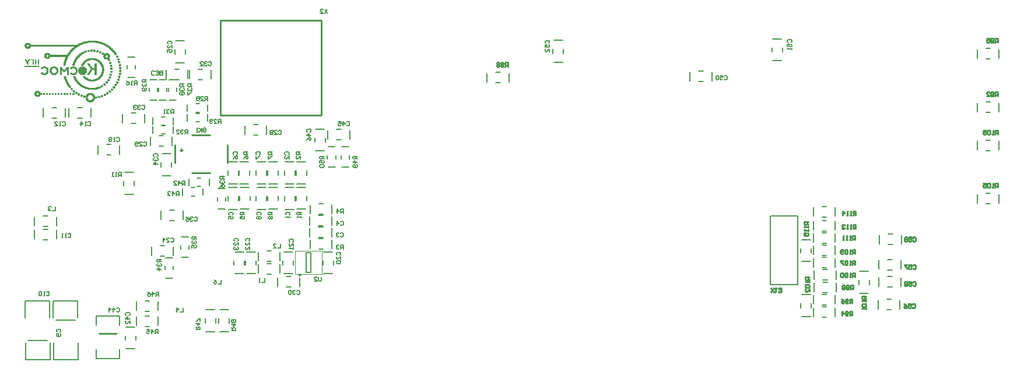
<source format=gbo>
G04*
G04 #@! TF.GenerationSoftware,Altium Limited,Altium Designer,20.0.2 (26)*
G04*
G04 Layer_Color=32896*
%FSLAX44Y44*%
%MOMM*%
G71*
G01*
G75*
%ADD11C,0.2540*%
%ADD13C,0.2500*%
%ADD15C,0.2000*%
%ADD16C,0.1500*%
%ADD139C,0.0500*%
D11*
X2096241Y520890D02*
G03*
X2096241Y520890I-1521J0D01*
G01*
X1974820Y254770D02*
X2000220D01*
X2085470Y502140D02*
Y528390D01*
X2160970Y502140D02*
Y528390D01*
X2109970Y542890D02*
X2136220D01*
X2109970Y488390D02*
X2136220D01*
X2150820Y571640D02*
X2297820D01*
Y709640D01*
X2150820Y571640D02*
Y709640D01*
X2150820D02*
X2297820D01*
X3069520Y318640D02*
Y324638D01*
X3066521D01*
X3065521Y323638D01*
Y321639D01*
X3066521Y320639D01*
X3069520D01*
X3067521D02*
X3065521Y318640D01*
X3063522Y319640D02*
X3062522Y318640D01*
X3060523D01*
X3059523Y319640D01*
Y323638D01*
X3060523Y324638D01*
X3062522D01*
X3063522Y323638D01*
Y322639D01*
X3062522Y321639D01*
X3059523D01*
X3057524Y323638D02*
X3056524Y324638D01*
X3054525D01*
X3053525Y323638D01*
Y322639D01*
X3054525Y321639D01*
X3053525Y320639D01*
Y319640D01*
X3054525Y318640D01*
X3056524D01*
X3057524Y319640D01*
Y320639D01*
X3056524Y321639D01*
X3057524Y322639D01*
Y323638D01*
X3056524Y321639D02*
X3054525D01*
X3072520Y336640D02*
Y342638D01*
X3069521D01*
X3068521Y341638D01*
Y339639D01*
X3069521Y338639D01*
X3072520D01*
X3070521D02*
X3068521Y336640D01*
X3066522D02*
X3064523D01*
X3065522D01*
Y342638D01*
X3066522Y341638D01*
X3061524D02*
X3060524Y342638D01*
X3058524D01*
X3057525Y341638D01*
Y337640D01*
X3058524Y336640D01*
X3060524D01*
X3061524Y337640D01*
Y341638D01*
X3055526D02*
X3054526Y342638D01*
X3052527D01*
X3051527Y341638D01*
Y337640D01*
X3052527Y336640D01*
X3054526D01*
X3055526Y337640D01*
Y341638D01*
X3068520Y298640D02*
Y304638D01*
X3065521D01*
X3064521Y303638D01*
Y301639D01*
X3065521Y300639D01*
X3068520D01*
X3066521D02*
X3064521Y298640D01*
X3062522Y299640D02*
X3061522Y298640D01*
X3059523D01*
X3058523Y299640D01*
Y303638D01*
X3059523Y304638D01*
X3061522D01*
X3062522Y303638D01*
Y302639D01*
X3061522Y301639D01*
X3058523D01*
X3052525Y304638D02*
X3054525Y303638D01*
X3056524Y301639D01*
Y299640D01*
X3055524Y298640D01*
X3053525D01*
X3052525Y299640D01*
Y300639D01*
X3053525Y301639D01*
X3056524D01*
X3068520Y280640D02*
Y286638D01*
X3065521D01*
X3064521Y285638D01*
Y283639D01*
X3065521Y282639D01*
X3068520D01*
X3066521D02*
X3064521Y280640D01*
X3062522Y281640D02*
X3061522Y280640D01*
X3059523D01*
X3058523Y281640D01*
Y285638D01*
X3059523Y286638D01*
X3061522D01*
X3062522Y285638D01*
Y284639D01*
X3061522Y283639D01*
X3058523D01*
X3053525Y280640D02*
Y286638D01*
X3056524Y283639D01*
X3052525D01*
X3072520Y354640D02*
Y360638D01*
X3069521D01*
X3068521Y359638D01*
Y357639D01*
X3069521Y356639D01*
X3072520D01*
X3070521D02*
X3068521Y354640D01*
X3066522D02*
X3064523D01*
X3065522D01*
Y360638D01*
X3066522Y359638D01*
X3061524D02*
X3060524Y360638D01*
X3058524D01*
X3057525Y359638D01*
Y355640D01*
X3058524Y354640D01*
X3060524D01*
X3061524Y355640D01*
Y359638D01*
X3055526Y360638D02*
X3051527D01*
Y359638D01*
X3055526Y355640D01*
Y354640D01*
X3155521Y296638D02*
X3156521Y297638D01*
X3158520D01*
X3159520Y296638D01*
Y292640D01*
X3158520Y291640D01*
X3156521D01*
X3155521Y292640D01*
X3149523Y297638D02*
X3153522D01*
Y294639D01*
X3151523Y295639D01*
X3150523D01*
X3149523Y294639D01*
Y292640D01*
X3150523Y291640D01*
X3152522D01*
X3153522Y292640D01*
X3143525Y297638D02*
X3145525Y296638D01*
X3147524Y294639D01*
Y292640D01*
X3146524Y291640D01*
X3144525D01*
X3143525Y292640D01*
Y293639D01*
X3144525Y294639D01*
X3147524D01*
X3156521Y328638D02*
X3157521Y329638D01*
X3159520D01*
X3160520Y328638D01*
Y324640D01*
X3159520Y323640D01*
X3157521D01*
X3156521Y324640D01*
X3150523Y329638D02*
X3154522D01*
Y326639D01*
X3152523Y327639D01*
X3151523D01*
X3150523Y326639D01*
Y324640D01*
X3151523Y323640D01*
X3153522D01*
X3154522Y324640D01*
X3148524Y328638D02*
X3147524Y329638D01*
X3145525D01*
X3144525Y328638D01*
Y327639D01*
X3145525Y326639D01*
X3144525Y325639D01*
Y324640D01*
X3145525Y323640D01*
X3147524D01*
X3148524Y324640D01*
Y325639D01*
X3147524Y326639D01*
X3148524Y327639D01*
Y328638D01*
X3147524Y326639D02*
X3145525D01*
X3156521Y353638D02*
X3157521Y354638D01*
X3159520D01*
X3160520Y353638D01*
Y349640D01*
X3159520Y348640D01*
X3157521D01*
X3156521Y349640D01*
X3150523Y354638D02*
X3154522D01*
Y351639D01*
X3152523Y352639D01*
X3151523D01*
X3150523Y351639D01*
Y349640D01*
X3151523Y348640D01*
X3153522D01*
X3154522Y349640D01*
X3148524Y354638D02*
X3144525D01*
Y353638D01*
X3148524Y349640D01*
Y348640D01*
X3156521Y393638D02*
X3157521Y394638D01*
X3159520D01*
X3160520Y393638D01*
Y389640D01*
X3159520Y388640D01*
X3157521D01*
X3156521Y389640D01*
X3150523Y394638D02*
X3154522D01*
Y391639D01*
X3152523Y392639D01*
X3151523D01*
X3150523Y391639D01*
Y389640D01*
X3151523Y388640D01*
X3153522D01*
X3154522Y389640D01*
X3148524D02*
X3147524Y388640D01*
X3145525D01*
X3144525Y389640D01*
Y393638D01*
X3145525Y394638D01*
X3147524D01*
X3148524Y393638D01*
Y392639D01*
X3147524Y391639D01*
X3144525D01*
X3006520Y336640D02*
X3000522D01*
Y333641D01*
X3001522Y332641D01*
X3003521D01*
X3004521Y333641D01*
Y336640D01*
Y334641D02*
X3006520Y332641D01*
Y330642D02*
Y328643D01*
Y329642D01*
X3000522D01*
X3001522Y330642D01*
Y325644D02*
X3000522Y324644D01*
Y322645D01*
X3001522Y321645D01*
X3005520D01*
X3006520Y322645D01*
Y324644D01*
X3005520Y325644D01*
X3001522D01*
X3006520Y315647D02*
Y319646D01*
X3002521Y315647D01*
X3001522D01*
X3000522Y316646D01*
Y318646D01*
X3001522Y319646D01*
X3004520Y416640D02*
X2998522D01*
Y413641D01*
X2999521Y412641D01*
X3001521D01*
X3002521Y413641D01*
Y416640D01*
Y414641D02*
X3004520Y412641D01*
Y410642D02*
Y408643D01*
Y409642D01*
X2998522D01*
X2999521Y410642D01*
X3004520Y405644D02*
Y403644D01*
Y404644D01*
X2998522D01*
X2999521Y405644D01*
X2998522Y396646D02*
Y400645D01*
X3001521D01*
X3000521Y398646D01*
Y397646D01*
X3001521Y396646D01*
X3003520D01*
X3004520Y397646D01*
Y399646D01*
X3003520Y400645D01*
X3073520Y426640D02*
Y432638D01*
X3070521D01*
X3069521Y431638D01*
Y429639D01*
X3070521Y428639D01*
X3073520D01*
X3071521D02*
X3069521Y426640D01*
X3067522D02*
X3065522D01*
X3066522D01*
Y432638D01*
X3067522Y431638D01*
X3062523Y426640D02*
X3060524D01*
X3061524D01*
Y432638D01*
X3062523Y431638D01*
X3054526Y426640D02*
Y432638D01*
X3057525Y429639D01*
X3053527D01*
X3073520Y406640D02*
Y412638D01*
X3070521D01*
X3069521Y411638D01*
Y409639D01*
X3070521Y408639D01*
X3073520D01*
X3071521D02*
X3069521Y406640D01*
X3067522D02*
X3065522D01*
X3066522D01*
Y412638D01*
X3067522Y411638D01*
X3062523Y406640D02*
X3060524D01*
X3061524D01*
Y412638D01*
X3062523Y411638D01*
X3057525D02*
X3056526Y412638D01*
X3054526D01*
X3053527Y411638D01*
Y410639D01*
X3054526Y409639D01*
X3055526D01*
X3054526D01*
X3053527Y408639D01*
Y407640D01*
X3054526Y406640D01*
X3056526D01*
X3057525Y407640D01*
X3072520Y390640D02*
Y396638D01*
X3069521D01*
X3068521Y395638D01*
Y393639D01*
X3069521Y392639D01*
X3072520D01*
X3070521D02*
X3068521Y390640D01*
X3066522D02*
X3064523D01*
X3065522D01*
Y396638D01*
X3066522Y395638D01*
X3061524Y390640D02*
X3059524D01*
X3060524D01*
Y396638D01*
X3061524Y395638D01*
X3056525Y390640D02*
X3054526D01*
X3055526D01*
Y396638D01*
X3056525Y395638D01*
X3072520Y370640D02*
Y376638D01*
X3069521D01*
X3068521Y375638D01*
Y373639D01*
X3069521Y372639D01*
X3072520D01*
X3070521D02*
X3068521Y370640D01*
X3066522D02*
X3064523D01*
X3065522D01*
Y376638D01*
X3066522Y375638D01*
X3061524D02*
X3060524Y376638D01*
X3058524D01*
X3057525Y375638D01*
Y371640D01*
X3058524Y370640D01*
X3060524D01*
X3061524Y371640D01*
Y375638D01*
X3055526Y371640D02*
X3054526Y370640D01*
X3052527D01*
X3051527Y371640D01*
Y375638D01*
X3052527Y376638D01*
X3054526D01*
X3055526Y375638D01*
Y374639D01*
X3054526Y373639D01*
X3051527D01*
X3088520Y308640D02*
X3082522D01*
Y305641D01*
X3083522Y304641D01*
X3085521D01*
X3086521Y305641D01*
Y308640D01*
Y306641D02*
X3088520Y304641D01*
Y302642D02*
Y300643D01*
Y301642D01*
X3082522D01*
X3083522Y302642D01*
Y297644D02*
X3082522Y296644D01*
Y294645D01*
X3083522Y293645D01*
X3087520D01*
X3088520Y294645D01*
Y296644D01*
X3087520Y297644D01*
X3083522D01*
X3088520Y291646D02*
Y289646D01*
Y290646D01*
X3082522D01*
X3083522Y291646D01*
X2950520Y314642D02*
X2954519Y320640D01*
Y314642D02*
X2950520Y320640D01*
X2956518D02*
X2958517D01*
X2957518D01*
Y314642D01*
X2956518Y315642D01*
X2961516D02*
X2962516Y314642D01*
X2964515D01*
X2965515Y315642D01*
Y316641D01*
X2964515Y317641D01*
X2963516D01*
X2964515D01*
X2965515Y318641D01*
Y319640D01*
X2964515Y320640D01*
X2962516D01*
X2961516Y319640D01*
X3279648Y544322D02*
Y550320D01*
X3276649D01*
X3275649Y549320D01*
Y547321D01*
X3276649Y546321D01*
X3279648D01*
X3277649D02*
X3275649Y544322D01*
X3273650D02*
X3271651D01*
X3272650D01*
Y550320D01*
X3273650Y549320D01*
X3268652D02*
X3267652Y550320D01*
X3265652D01*
X3264653Y549320D01*
Y545322D01*
X3265652Y544322D01*
X3267652D01*
X3268652Y545322D01*
Y549320D01*
X3262654D02*
X3261654Y550320D01*
X3259655D01*
X3258655Y549320D01*
Y548321D01*
X3259655Y547321D01*
X3258655Y546321D01*
Y545322D01*
X3259655Y544322D01*
X3261654D01*
X3262654Y545322D01*
Y546321D01*
X3261654Y547321D01*
X3262654Y548321D01*
Y549320D01*
X3261654Y547321D02*
X3259655D01*
X3279648Y466852D02*
Y472850D01*
X3276649D01*
X3275649Y471850D01*
Y469851D01*
X3276649Y468851D01*
X3279648D01*
X3277649D02*
X3275649Y466852D01*
X3273650D02*
X3271651D01*
X3272650D01*
Y472850D01*
X3273650Y471850D01*
X3268652D02*
X3267652Y472850D01*
X3265652D01*
X3264653Y471850D01*
Y467852D01*
X3265652Y466852D01*
X3267652D01*
X3268652Y467852D01*
Y471850D01*
X3258655Y472850D02*
X3262654D01*
Y469851D01*
X3260654Y470851D01*
X3259655D01*
X3258655Y469851D01*
Y467852D01*
X3259655Y466852D01*
X3261654D01*
X3262654Y467852D01*
X3279648Y677672D02*
Y683670D01*
X3276649D01*
X3275649Y682670D01*
Y680671D01*
X3276649Y679671D01*
X3279648D01*
X3277649D02*
X3275649Y677672D01*
X3273650Y678672D02*
X3272650Y677672D01*
X3270651D01*
X3269651Y678672D01*
Y682670D01*
X3270651Y683670D01*
X3272650D01*
X3273650Y682670D01*
Y681671D01*
X3272650Y680671D01*
X3269651D01*
X3263653Y683670D02*
X3267652D01*
Y680671D01*
X3265652Y681671D01*
X3264653D01*
X3263653Y680671D01*
Y678672D01*
X3264653Y677672D01*
X3266652D01*
X3267652Y678672D01*
X3279648Y599694D02*
Y605692D01*
X3276649D01*
X3275649Y604692D01*
Y602693D01*
X3276649Y601693D01*
X3279648D01*
X3277649D02*
X3275649Y599694D01*
X3273650Y600694D02*
X3272650Y599694D01*
X3270651D01*
X3269651Y600694D01*
Y604692D01*
X3270651Y605692D01*
X3272650D01*
X3273650Y604692D01*
Y603693D01*
X3272650Y602693D01*
X3269651D01*
X3263653Y599694D02*
X3267652D01*
X3263653Y603693D01*
Y604692D01*
X3264653Y605692D01*
X3266652D01*
X3267652Y604692D01*
X2568194Y642620D02*
Y648618D01*
X2565195D01*
X2564195Y647618D01*
Y645619D01*
X2565195Y644619D01*
X2568194D01*
X2566194D02*
X2564195Y642620D01*
X2562196Y647618D02*
X2561196Y648618D01*
X2559197D01*
X2558197Y647618D01*
Y646619D01*
X2559197Y645619D01*
X2558197Y644619D01*
Y643620D01*
X2559197Y642620D01*
X2561196D01*
X2562196Y643620D01*
Y644619D01*
X2561196Y645619D01*
X2562196Y646619D01*
Y647618D01*
X2561196Y645619D02*
X2559197D01*
X2556198Y647618D02*
X2555198Y648618D01*
X2553199D01*
X2552199Y647618D01*
Y646619D01*
X2553199Y645619D01*
X2552199Y644619D01*
Y643620D01*
X2553199Y642620D01*
X2555198D01*
X2556198Y643620D01*
Y644619D01*
X2555198Y645619D01*
X2556198Y646619D01*
Y647618D01*
X2555198Y645619D02*
X2553199D01*
D13*
X2267770Y339690D02*
G03*
X2267770Y339690I-1250J0D01*
G01*
D15*
X2004520Y217940D02*
Y231910D01*
X1970520Y217940D02*
Y231910D01*
Y217940D02*
X2004520D01*
X1970520Y266200D02*
Y280170D01*
X2004520Y266200D02*
Y280170D01*
X1970520D02*
X2004520D01*
X2275270Y343190D02*
X2282270D01*
X2275270Y372190D02*
X2282270D01*
X2275270Y343190D02*
Y372190D01*
X2282270Y343190D02*
Y372190D01*
X1909020Y216640D02*
Y240640D01*
X1944520Y216640D02*
Y240640D01*
X1909020Y216640D02*
X1944520D01*
X1908520Y277640D02*
Y301640D01*
X1944020D01*
X1912360Y273640D02*
X1940520D01*
X1944020Y277640D02*
Y301640D01*
X1903020Y277640D02*
Y301640D01*
X1867520Y277640D02*
Y301640D01*
X1903020D01*
X1903520Y216640D02*
Y240640D01*
X1868020Y216640D02*
X1903520D01*
X1871520Y244640D02*
X1899680D01*
X1868020Y216640D02*
Y240640D01*
X2623522Y676641D02*
X2622522Y677641D01*
Y679640D01*
X2623522Y680640D01*
X2627520D01*
X2628520Y679640D01*
Y677641D01*
X2627520Y676641D01*
X2622522Y670643D02*
Y674642D01*
X2625521D01*
X2624521Y672643D01*
Y671643D01*
X2625521Y670643D01*
X2627520D01*
X2628520Y671643D01*
Y673642D01*
X2627520Y674642D01*
X2628520Y664645D02*
Y668644D01*
X2624521Y664645D01*
X2623522D01*
X2622522Y665645D01*
Y667644D01*
X2623522Y668644D01*
X2975522Y677641D02*
X2974522Y678641D01*
Y680640D01*
X2975522Y681640D01*
X2979520D01*
X2980520Y680640D01*
Y678641D01*
X2979520Y677641D01*
X2974522Y671643D02*
Y675642D01*
X2977521D01*
X2976521Y673643D01*
Y672643D01*
X2977521Y671643D01*
X2979520D01*
X2980520Y672643D01*
Y674642D01*
X2979520Y675642D01*
X2980520Y669644D02*
Y667645D01*
Y668644D01*
X2974522D01*
X2975522Y669644D01*
X2882521Y628638D02*
X2883521Y629638D01*
X2885520D01*
X2886520Y628638D01*
Y624640D01*
X2885520Y623640D01*
X2883521D01*
X2882521Y624640D01*
X2876523Y629638D02*
X2880522D01*
Y626639D01*
X2878523Y627639D01*
X2877523D01*
X2876523Y626639D01*
Y624640D01*
X2877523Y623640D01*
X2879522D01*
X2880522Y624640D01*
X2874524Y628638D02*
X2873524Y629638D01*
X2871525D01*
X2870525Y628638D01*
Y624640D01*
X2871525Y623640D01*
X2873524D01*
X2874524Y624640D01*
Y628638D01*
X2246952Y426891D02*
X2245952Y427891D01*
Y429890D01*
X2246952Y430890D01*
X2250950D01*
X2251950Y429890D01*
Y427891D01*
X2250950Y426891D01*
X2251950Y424892D02*
Y422893D01*
Y423892D01*
X2245952D01*
X2246952Y424892D01*
X2245682Y514521D02*
X2244682Y515521D01*
Y517520D01*
X2245682Y518520D01*
X2249680D01*
X2250680Y517520D01*
Y515521D01*
X2249680Y514521D01*
X2250680Y508523D02*
Y512522D01*
X2246681Y508523D01*
X2245682D01*
X2244682Y509523D01*
Y511522D01*
X2245682Y512522D01*
X2325421Y416838D02*
X2326421Y417838D01*
X2328420D01*
X2329420Y416838D01*
Y412840D01*
X2328420Y411840D01*
X2326421D01*
X2325421Y412840D01*
X2320423Y411840D02*
Y417838D01*
X2323422Y414839D01*
X2319423D01*
X2164402Y426891D02*
X2163402Y427891D01*
Y429890D01*
X2164402Y430890D01*
X2168400D01*
X2169400Y429890D01*
Y427891D01*
X2168400Y426891D01*
X2163402Y420893D02*
Y424892D01*
X2166401D01*
X2165401Y422893D01*
Y421893D01*
X2166401Y420893D01*
X2168400D01*
X2169400Y421893D01*
Y423892D01*
X2168400Y424892D01*
X2170752Y514521D02*
X2169752Y515521D01*
Y517520D01*
X2170752Y518520D01*
X2174750D01*
X2175750Y517520D01*
Y515521D01*
X2174750Y514521D01*
X2169752Y508523D02*
X2170752Y510523D01*
X2172751Y512522D01*
X2174750D01*
X2175750Y511522D01*
Y509523D01*
X2174750Y508523D01*
X2173751D01*
X2172751Y509523D01*
Y512522D01*
X2203772Y514521D02*
X2202772Y515521D01*
Y517520D01*
X2203772Y518520D01*
X2207770D01*
X2208770Y517520D01*
Y515521D01*
X2207770Y514521D01*
X2202772Y512522D02*
Y508523D01*
X2203772D01*
X2207770Y512522D01*
X2208770D01*
X2205042Y426891D02*
X2204042Y427891D01*
Y429890D01*
X2205042Y430890D01*
X2209040D01*
X2210040Y429890D01*
Y427891D01*
X2209040Y426891D01*
X2205042Y424892D02*
X2204042Y423892D01*
Y421893D01*
X2205042Y420893D01*
X2206041D01*
X2207041Y421893D01*
X2208041Y420893D01*
X2209040D01*
X2210040Y421893D01*
Y423892D01*
X2209040Y424892D01*
X2208041D01*
X2207041Y423892D01*
X2206041Y424892D01*
X2205042D01*
X2207041Y423892D02*
Y421893D01*
X2235251Y548918D02*
X2236251Y549918D01*
X2238250D01*
X2239250Y548918D01*
Y544920D01*
X2238250Y543920D01*
X2236251D01*
X2235251Y544920D01*
X2229253Y543920D02*
X2233252D01*
X2229253Y547919D01*
Y548918D01*
X2230253Y549918D01*
X2232252D01*
X2233252Y548918D01*
X2227254D02*
X2226254Y549918D01*
X2224255D01*
X2223255Y548918D01*
Y547919D01*
X2224255Y546919D01*
X2223255Y545919D01*
Y544920D01*
X2224255Y543920D01*
X2226254D01*
X2227254Y544920D01*
Y545919D01*
X2226254Y546919D01*
X2227254Y547919D01*
Y548918D01*
X2226254Y546919D02*
X2224255D01*
X2075502Y675811D02*
X2074502Y676811D01*
Y678810D01*
X2075502Y679810D01*
X2079500D01*
X2080500Y678810D01*
Y676811D01*
X2079500Y675811D01*
X2080500Y669813D02*
Y673812D01*
X2076501Y669813D01*
X2075502D01*
X2074502Y670813D01*
Y672812D01*
X2075502Y673812D01*
X2074502Y663815D02*
Y667814D01*
X2077501D01*
X2076501Y665815D01*
Y664815D01*
X2077501Y663815D01*
X2079500D01*
X2080500Y664815D01*
Y666814D01*
X2079500Y667814D01*
X2039671Y532408D02*
X2040671Y533408D01*
X2042670D01*
X2043670Y532408D01*
Y528410D01*
X2042670Y527410D01*
X2040671D01*
X2039671Y528410D01*
X2033673Y527410D02*
X2037672D01*
X2033673Y531409D01*
Y532408D01*
X2034673Y533408D01*
X2036672D01*
X2037672Y532408D01*
X2031674Y528410D02*
X2030674Y527410D01*
X2028675D01*
X2027675Y528410D01*
Y532408D01*
X2028675Y533408D01*
X2030674D01*
X2031674Y532408D01*
Y531409D01*
X2030674Y530409D01*
X2027675D01*
X2126031Y552728D02*
X2127031Y553728D01*
X2129030D01*
X2130030Y552728D01*
Y548730D01*
X2129030Y547730D01*
X2127031D01*
X2126031Y548730D01*
Y550729D01*
X2128031D01*
X2124032Y553728D02*
Y547730D01*
Y549729D01*
X2120033Y553728D01*
X2123032Y550729D01*
X2120033Y547730D01*
X2118034D02*
X2116035D01*
X2117034D01*
Y553728D01*
X2118034Y552728D01*
X2268460Y430890D02*
X2262462D01*
Y427891D01*
X2263462Y426891D01*
X2265461D01*
X2266461Y427891D01*
Y430890D01*
Y428891D02*
X2268460Y426891D01*
Y424892D02*
Y422893D01*
Y423892D01*
X2262462D01*
X2263462Y424892D01*
X2267190Y518520D02*
X2261192D01*
Y515521D01*
X2262192Y514521D01*
X2264191D01*
X2265191Y515521D01*
Y518520D01*
Y516521D02*
X2267190Y514521D01*
Y508523D02*
Y512522D01*
X2263191Y508523D01*
X2262192D01*
X2261192Y509523D01*
Y511522D01*
X2262192Y512522D01*
X2329420Y377550D02*
Y383548D01*
X2326421D01*
X2325421Y382548D01*
Y380549D01*
X2326421Y379549D01*
X2329420D01*
X2327421D02*
X2325421Y377550D01*
X2323422Y382548D02*
X2322422Y383548D01*
X2320423D01*
X2319423Y382548D01*
Y381549D01*
X2320423Y380549D01*
X2321423D01*
X2320423D01*
X2319423Y379549D01*
Y378550D01*
X2320423Y377550D01*
X2322422D01*
X2323422Y378550D01*
X2329420Y429620D02*
Y435618D01*
X2326421D01*
X2325421Y434618D01*
Y432619D01*
X2326421Y431619D01*
X2329420D01*
X2327421D02*
X2325421Y429620D01*
X2320423D02*
Y435618D01*
X2323422Y432619D01*
X2319423D01*
X2185910Y430890D02*
X2179912D01*
Y427891D01*
X2180912Y426891D01*
X2182911D01*
X2183911Y427891D01*
Y430890D01*
Y428891D02*
X2185910Y426891D01*
X2179912Y420893D02*
Y424892D01*
X2182911D01*
X2181911Y422893D01*
Y421893D01*
X2182911Y420893D01*
X2184910D01*
X2185910Y421893D01*
Y423892D01*
X2184910Y424892D01*
X2226550Y518520D02*
X2220552D01*
Y515521D01*
X2221552Y514521D01*
X2223551D01*
X2224551Y515521D01*
Y518520D01*
Y516521D02*
X2226550Y514521D01*
X2220552Y512522D02*
Y508523D01*
X2221552D01*
X2225550Y512522D01*
X2226550D01*
Y430890D02*
X2220552D01*
Y427891D01*
X2221552Y426891D01*
X2223551D01*
X2224551Y427891D01*
Y430890D01*
Y428891D02*
X2226550Y426891D01*
X2221552Y424892D02*
X2220552Y423892D01*
Y421893D01*
X2221552Y420893D01*
X2222551D01*
X2223551Y421893D01*
X2224551Y420893D01*
X2225550D01*
X2226550Y421893D01*
Y423892D01*
X2225550Y424892D01*
X2224551D01*
X2223551Y423892D01*
X2222551Y424892D01*
X2221552D01*
X2223551Y423892D02*
Y421893D01*
X2109710Y617580D02*
X2103712D01*
Y614581D01*
X2104712Y613581D01*
X2106711D01*
X2107711Y614581D01*
Y617580D01*
Y615581D02*
X2109710Y613581D01*
X2104712Y611582D02*
X2103712Y610582D01*
Y608583D01*
X2104712Y607583D01*
X2105711D01*
X2106711Y608583D01*
Y609583D01*
Y608583D01*
X2107711Y607583D01*
X2108710D01*
X2109710Y608583D01*
Y610582D01*
X2108710Y611582D01*
X2103712Y605584D02*
Y601585D01*
X2104712D01*
X2108710Y605584D01*
X2109710D01*
X2098280Y617580D02*
X2092282D01*
Y614581D01*
X2093282Y613581D01*
X2095281D01*
X2096281Y614581D01*
Y617580D01*
Y615581D02*
X2098280Y613581D01*
X2093282Y611582D02*
X2092282Y610582D01*
Y608583D01*
X2093282Y607583D01*
X2094281D01*
X2095281Y608583D01*
Y609583D01*
Y608583D01*
X2096281Y607583D01*
X2097280D01*
X2098280Y608583D01*
Y610582D01*
X2097280Y611582D01*
X2093282Y605584D02*
X2092282Y604584D01*
Y602585D01*
X2093282Y601585D01*
X2094281D01*
X2095281Y602585D01*
X2096281Y601585D01*
X2097280D01*
X2098280Y602585D01*
Y604584D01*
X2097280Y605584D01*
X2096281D01*
X2095281Y604584D01*
X2094281Y605584D01*
X2093282D01*
X2095281Y604584D02*
Y602585D01*
X2043670Y623930D02*
X2037672D01*
Y620931D01*
X2038672Y619931D01*
X2040671D01*
X2041671Y620931D01*
Y623930D01*
Y621931D02*
X2043670Y619931D01*
X2038672Y617932D02*
X2037672Y616932D01*
Y614933D01*
X2038672Y613933D01*
X2039671D01*
X2040671Y614933D01*
Y615933D01*
Y614933D01*
X2041671Y613933D01*
X2042670D01*
X2043670Y614933D01*
Y616932D01*
X2042670Y617932D01*
Y611934D02*
X2043670Y610934D01*
Y608935D01*
X2042670Y607935D01*
X2038672D01*
X2037672Y608935D01*
Y610934D01*
X2038672Y611934D01*
X2039671D01*
X2040671Y610934D01*
Y607935D01*
X2156700Y482960D02*
X2150702D01*
Y479961D01*
X2151702Y478961D01*
X2153701D01*
X2154701Y479961D01*
Y482960D01*
Y480961D02*
X2156700Y478961D01*
X2151702Y476962D02*
X2150702Y475962D01*
Y473963D01*
X2151702Y472963D01*
X2152701D01*
X2153701Y473963D01*
Y474963D01*
Y473963D01*
X2154701Y472963D01*
X2155700D01*
X2156700Y473963D01*
Y475962D01*
X2155700Y476962D01*
X2150702Y466965D02*
X2151702Y468965D01*
X2153701Y470964D01*
X2155700D01*
X2156700Y469964D01*
Y467965D01*
X2155700Y466965D01*
X2154701D01*
X2153701Y467965D01*
Y470964D01*
X2099550Y470260D02*
Y476258D01*
X2096551D01*
X2095551Y475258D01*
Y473259D01*
X2096551Y472259D01*
X2099550D01*
X2097551D02*
X2095551Y470260D01*
X2090553D02*
Y476258D01*
X2093552Y473259D01*
X2089553D01*
X2083555Y470260D02*
X2087554D01*
X2083555Y474259D01*
Y475258D01*
X2084555Y476258D01*
X2086554D01*
X2087554Y475258D01*
X2090660Y455020D02*
Y461018D01*
X2087661D01*
X2086661Y460018D01*
Y458019D01*
X2087661Y457019D01*
X2090660D01*
X2088661D02*
X2086661Y455020D01*
X2081663D02*
Y461018D01*
X2084662Y458019D01*
X2080663D01*
X2078664Y460018D02*
X2077664Y461018D01*
X2075665D01*
X2074665Y460018D01*
Y459019D01*
X2075665Y458019D01*
X2076664D01*
X2075665D01*
X2074665Y457019D01*
Y456020D01*
X2075665Y455020D01*
X2077664D01*
X2078664Y456020D01*
X2151620Y560430D02*
Y566428D01*
X2148621D01*
X2147621Y565428D01*
Y563429D01*
X2148621Y562429D01*
X2151620D01*
X2149621D02*
X2147621Y560430D01*
X2141623D02*
X2145622D01*
X2141623Y564429D01*
Y565428D01*
X2142623Y566428D01*
X2144622D01*
X2145622Y565428D01*
X2139624Y561430D02*
X2138624Y560430D01*
X2136625D01*
X2135625Y561430D01*
Y565428D01*
X2136625Y566428D01*
X2138624D01*
X2139624Y565428D01*
Y564429D01*
X2138624Y563429D01*
X2135625D01*
X2083040Y574400D02*
Y580398D01*
X2080041D01*
X2079041Y579398D01*
Y577399D01*
X2080041Y576399D01*
X2083040D01*
X2081041D02*
X2079041Y574400D01*
X2077042Y579398D02*
X2076042Y580398D01*
X2074043D01*
X2073043Y579398D01*
Y578399D01*
X2074043Y577399D01*
X2075043D01*
X2074043D01*
X2073043Y576399D01*
Y575400D01*
X2074043Y574400D01*
X2076042D01*
X2077042Y575400D01*
X2071044Y574400D02*
X2069044D01*
X2070044D01*
Y580398D01*
X2071044Y579398D01*
X2103360Y545190D02*
Y551188D01*
X2100361D01*
X2099361Y550188D01*
Y548189D01*
X2100361Y547189D01*
X2103360D01*
X2101361D02*
X2099361Y545190D01*
X2097362Y550188D02*
X2096362Y551188D01*
X2094363D01*
X2093363Y550188D01*
Y549189D01*
X2094363Y548189D01*
X2095363D01*
X2094363D01*
X2093363Y547189D01*
Y546190D01*
X2094363Y545190D01*
X2096362D01*
X2097362Y546190D01*
X2087365Y545190D02*
X2091364D01*
X2087365Y549189D01*
Y550188D01*
X2088365Y551188D01*
X2090364D01*
X2091364Y550188D01*
X2133651Y649248D02*
X2134651Y650248D01*
X2136650D01*
X2137650Y649248D01*
Y645250D01*
X2136650Y644250D01*
X2134651D01*
X2133651Y645250D01*
X2131652Y649248D02*
X2130652Y650248D01*
X2128653D01*
X2127653Y649248D01*
Y648249D01*
X2128653Y647249D01*
X2129653D01*
X2128653D01*
X2127653Y646249D01*
Y645250D01*
X2128653Y644250D01*
X2130652D01*
X2131652Y645250D01*
X2121655Y644250D02*
X2125654D01*
X2121655Y648249D01*
Y649248D01*
X2122655Y650248D01*
X2124654D01*
X2125654Y649248D01*
X2037131Y585748D02*
X2038131Y586748D01*
X2040130D01*
X2041130Y585748D01*
Y581750D01*
X2040130Y580750D01*
X2038131D01*
X2037131Y581750D01*
X2035132Y585748D02*
X2034132Y586748D01*
X2032133D01*
X2031133Y585748D01*
Y584749D01*
X2032133Y583749D01*
X2033133D01*
X2032133D01*
X2031133Y582749D01*
Y581750D01*
X2032133Y580750D01*
X2034132D01*
X2035132Y581750D01*
X2029134Y585748D02*
X2028134Y586748D01*
X2026135D01*
X2025135Y585748D01*
Y584749D01*
X2026135Y583749D01*
X2027135D01*
X2026135D01*
X2025135Y582749D01*
Y581750D01*
X2026135Y580750D01*
X2028134D01*
X2029134Y581750D01*
X2055182Y511981D02*
X2054182Y512981D01*
Y514980D01*
X2055182Y515980D01*
X2059180D01*
X2060180Y514980D01*
Y512981D01*
X2059180Y511981D01*
X2055182Y509982D02*
X2054182Y508982D01*
Y506983D01*
X2055182Y505983D01*
X2056181D01*
X2057181Y506983D01*
Y507983D01*
Y506983D01*
X2058181Y505983D01*
X2059180D01*
X2060180Y506983D01*
Y508982D01*
X2059180Y509982D01*
X2060180Y500985D02*
X2054182D01*
X2057181Y503984D01*
Y499985D01*
X2113331Y423188D02*
X2114331Y424188D01*
X2116330D01*
X2117330Y423188D01*
Y419190D01*
X2116330Y418190D01*
X2114331D01*
X2113331Y419190D01*
X2111332Y423188D02*
X2110332Y424188D01*
X2108333D01*
X2107333Y423188D01*
Y422189D01*
X2108333Y421189D01*
X2109333D01*
X2108333D01*
X2107333Y420189D01*
Y419190D01*
X2108333Y418190D01*
X2110332D01*
X2111332Y419190D01*
X2101335Y424188D02*
X2103335Y423188D01*
X2105334Y421189D01*
Y419190D01*
X2104334Y418190D01*
X2102335D01*
X2101335Y419190D01*
Y420189D01*
X2102335Y421189D01*
X2105334D01*
X2055289Y631632D02*
X2054289Y630632D01*
X2052290D01*
X2051290Y631632D01*
Y635630D01*
X2052290Y636630D01*
X2054289D01*
X2055289Y635630D01*
X2057288Y631632D02*
X2058288Y630632D01*
X2060287D01*
X2061287Y631632D01*
Y632631D01*
X2060287Y633631D01*
X2059287D01*
X2060287D01*
X2061287Y634631D01*
Y635630D01*
X2060287Y636630D01*
X2058288D01*
X2057288Y635630D01*
X2063286Y631632D02*
X2064286Y630632D01*
X2066285D01*
X2067285Y631632D01*
Y632631D01*
X2066285Y633631D01*
X2067285Y634631D01*
Y635630D01*
X2066285Y636630D01*
X2064286D01*
X2063286Y635630D01*
Y634631D01*
X2064286Y633631D01*
X2063286Y632631D01*
Y631632D01*
X2064286Y633631D02*
X2066285D01*
X2297670Y336558D02*
Y331560D01*
X2296670Y330560D01*
X2294671D01*
X2293671Y331560D01*
Y336558D01*
X2287673Y330560D02*
X2291672D01*
X2287673Y334559D01*
Y335558D01*
X2288673Y336558D01*
X2290672D01*
X2291672Y335558D01*
X2301480Y512170D02*
X2295482D01*
Y509171D01*
X2296482Y508171D01*
X2298481D01*
X2299481Y509171D01*
Y512170D01*
Y510171D02*
X2301480Y508171D01*
X2295482Y502173D02*
Y506172D01*
X2298481D01*
X2297481Y504173D01*
Y503173D01*
X2298481Y502173D01*
X2300480D01*
X2301480Y503173D01*
Y505172D01*
X2300480Y506172D01*
X2296482Y500174D02*
X2295482Y499174D01*
Y497175D01*
X2296482Y496175D01*
X2300480D01*
X2301480Y497175D01*
Y499174D01*
X2300480Y500174D01*
X2296482D01*
X2349740Y512170D02*
X2343742D01*
Y509171D01*
X2344742Y508171D01*
X2346741D01*
X2347741Y509171D01*
Y512170D01*
Y510171D02*
X2349740Y508171D01*
Y503173D02*
X2343742D01*
X2346741Y506172D01*
Y502173D01*
X2348740Y500174D02*
X2349740Y499174D01*
Y497175D01*
X2348740Y496175D01*
X2344742D01*
X2343742Y497175D01*
Y499174D01*
X2344742Y500174D01*
X2345741D01*
X2346741Y499174D01*
Y496175D01*
X2167020Y258640D02*
X2173018D01*
Y261639D01*
X2172018Y262639D01*
X2170019D01*
X2169019Y261639D01*
Y258640D01*
Y260639D02*
X2167020Y262639D01*
Y267637D02*
X2173018D01*
X2170019Y264638D01*
Y268637D01*
X2172018Y270636D02*
X2173018Y271636D01*
Y273635D01*
X2172018Y274635D01*
X2171019D01*
X2170019Y273635D01*
X2169019Y274635D01*
X2168020D01*
X2167020Y273635D01*
Y271636D01*
X2168020Y270636D01*
X2169019D01*
X2170019Y271636D01*
X2171019Y270636D01*
X2172018D01*
X2170019Y271636D02*
Y273635D01*
X2115270Y260140D02*
X2121268D01*
Y263139D01*
X2120268Y264139D01*
X2118269D01*
X2117269Y263139D01*
Y260140D01*
Y262139D02*
X2115270Y264139D01*
Y269137D02*
X2121268D01*
X2118269Y266138D01*
Y270137D01*
X2121268Y272136D02*
Y276135D01*
X2120268D01*
X2116270Y272136D01*
X2115270D01*
X2061450Y308970D02*
Y314968D01*
X2058451D01*
X2057451Y313968D01*
Y311969D01*
X2058451Y310969D01*
X2061450D01*
X2059451D02*
X2057451Y308970D01*
X2052453D02*
Y314968D01*
X2055452Y311969D01*
X2051453D01*
X2045455Y314968D02*
X2047455Y313968D01*
X2049454Y311969D01*
Y309970D01*
X2048454Y308970D01*
X2046455D01*
X2045455Y309970D01*
Y310969D01*
X2046455Y311969D01*
X2049454D01*
X2060180Y254360D02*
Y260358D01*
X2057181D01*
X2056181Y259358D01*
Y257359D01*
X2057181Y256359D01*
X2060180D01*
X2058181D02*
X2056181Y254360D01*
X2051183D02*
Y260358D01*
X2054182Y257359D01*
X2050183D01*
X2044185Y260358D02*
X2048184D01*
Y257359D01*
X2046185Y258359D01*
X2045185D01*
X2044185Y257359D01*
Y255360D01*
X2045185Y254360D01*
X2047184D01*
X2048184Y255360D01*
X2006840Y482960D02*
Y488958D01*
X2003841D01*
X2002841Y487958D01*
Y485959D01*
X2003841Y484959D01*
X2006840D01*
X2004841D02*
X2002841Y482960D01*
X2000842D02*
X1998843D01*
X1999842D01*
Y488958D01*
X2000842Y487958D01*
X1995844Y482960D02*
X1993844D01*
X1994844D01*
Y488958D01*
X1995844Y487958D01*
X2151620Y332748D02*
Y326750D01*
X2147621D01*
X2141623Y332748D02*
X2143623Y331748D01*
X2145622Y329749D01*
Y327750D01*
X2144622Y326750D01*
X2142623D01*
X2141623Y327750D01*
Y328749D01*
X2142623Y329749D01*
X2145622D01*
X2097010Y292108D02*
Y286110D01*
X2093011D01*
X2088013D02*
Y292108D01*
X2091012Y289109D01*
X2087013D01*
X2237980Y384818D02*
Y378820D01*
X2233981D01*
X2227983D02*
X2231982D01*
X2227983Y382819D01*
Y383818D01*
X2228983Y384818D01*
X2230982D01*
X2231982Y383818D01*
X2215120Y335288D02*
Y329290D01*
X2211121D01*
X2209122D02*
X2207123D01*
X2208122D01*
Y335288D01*
X2209122Y334288D01*
X2277432Y547541D02*
X2276432Y548541D01*
Y550540D01*
X2277432Y551540D01*
X2281430D01*
X2282430Y550540D01*
Y548541D01*
X2281430Y547541D01*
X2282430Y542543D02*
X2276432D01*
X2279431Y545542D01*
Y541543D01*
X2276432Y535545D02*
X2277432Y537545D01*
X2279431Y539544D01*
X2281430D01*
X2282430Y538544D01*
Y536545D01*
X2281430Y535545D01*
X2280431D01*
X2279431Y536545D01*
Y539544D01*
X2334311Y561618D02*
X2335311Y562618D01*
X2337310D01*
X2338310Y561618D01*
Y557620D01*
X2337310Y556620D01*
X2335311D01*
X2334311Y557620D01*
X2329313Y556620D02*
Y562618D01*
X2332312Y559619D01*
X2328313D01*
X2322315Y562618D02*
X2326314D01*
Y559619D01*
X2324315Y560619D01*
X2323315D01*
X2322315Y559619D01*
Y557620D01*
X2323315Y556620D01*
X2325314D01*
X2326314Y557620D01*
X2000301Y291108D02*
X2001301Y292108D01*
X2003300D01*
X2004300Y291108D01*
Y287110D01*
X2003300Y286110D01*
X2001301D01*
X2000301Y287110D01*
X1995303Y286110D02*
Y292108D01*
X1998302Y289109D01*
X1994303D01*
X1989305Y286110D02*
Y292108D01*
X1992304Y289109D01*
X1988305D01*
X2014542Y280841D02*
X2013542Y281841D01*
Y283840D01*
X2014542Y284840D01*
X2018540D01*
X2019540Y283840D01*
Y281841D01*
X2018540Y280841D01*
X2019540Y275843D02*
X2013542D01*
X2016541Y278842D01*
Y274843D01*
X2019540Y268845D02*
Y272844D01*
X2015541Y268845D01*
X2014542D01*
X2013542Y269845D01*
Y271844D01*
X2014542Y272844D01*
X2079041Y392708D02*
X2080041Y393708D01*
X2082040D01*
X2083040Y392708D01*
Y388710D01*
X2082040Y387710D01*
X2080041D01*
X2079041Y388710D01*
X2073043Y387710D02*
X2077042D01*
X2073043Y391709D01*
Y392708D01*
X2074043Y393708D01*
X2076042D01*
X2077042Y392708D01*
X2068045Y387710D02*
Y393708D01*
X2071044Y390709D01*
X2067045D01*
X2172022Y388791D02*
X2171022Y389791D01*
Y391790D01*
X2172022Y392790D01*
X2176020D01*
X2177020Y391790D01*
Y389791D01*
X2176020Y388791D01*
X2177020Y382793D02*
Y386792D01*
X2173021Y382793D01*
X2172022D01*
X2171022Y383793D01*
Y385792D01*
X2172022Y386792D01*
Y380794D02*
X2171022Y379794D01*
Y377795D01*
X2172022Y376795D01*
X2173021D01*
X2174021Y377795D01*
Y378795D01*
Y377795D01*
X2175021Y376795D01*
X2176020D01*
X2177020Y377795D01*
Y379794D01*
X2176020Y380794D01*
X2188532Y388791D02*
X2187532Y389791D01*
Y391790D01*
X2188532Y392790D01*
X2192530D01*
X2193530Y391790D01*
Y389791D01*
X2192530Y388791D01*
X2193530Y382793D02*
Y386792D01*
X2189531Y382793D01*
X2188532D01*
X2187532Y383793D01*
Y385792D01*
X2188532Y386792D01*
X2193530Y376795D02*
Y380794D01*
X2189531Y376795D01*
X2188532D01*
X2187532Y377795D01*
Y379794D01*
X2188532Y380794D01*
X2252032Y387521D02*
X2251032Y388521D01*
Y390520D01*
X2252032Y391520D01*
X2256030D01*
X2257030Y390520D01*
Y388521D01*
X2256030Y387521D01*
X2257030Y381523D02*
Y385522D01*
X2253031Y381523D01*
X2252032D01*
X2251032Y382523D01*
Y384522D01*
X2252032Y385522D01*
X2257030Y379524D02*
Y377524D01*
Y378524D01*
X2251032D01*
X2252032Y379524D01*
X2320612Y368471D02*
X2319612Y369471D01*
Y371470D01*
X2320612Y372470D01*
X2324610D01*
X2325610Y371470D01*
Y369471D01*
X2324610Y368471D01*
X2325610Y362473D02*
Y366472D01*
X2321611Y362473D01*
X2320612D01*
X2319612Y363473D01*
Y365472D01*
X2320612Y366472D01*
Y360474D02*
X2319612Y359474D01*
Y357475D01*
X2320612Y356475D01*
X2324610D01*
X2325610Y357475D01*
Y359474D01*
X2324610Y360474D01*
X2320612D01*
X2000301Y538758D02*
X2001301Y539758D01*
X2003300D01*
X2004300Y538758D01*
Y534760D01*
X2003300Y533760D01*
X2001301D01*
X2000301Y534760D01*
X1998302Y533760D02*
X1996303D01*
X1997302D01*
Y539758D01*
X1998302Y538758D01*
X1993304Y534760D02*
X1992304Y533760D01*
X1990305D01*
X1989305Y534760D01*
Y538758D01*
X1990305Y539758D01*
X1992304D01*
X1993304Y538758D01*
Y537759D01*
X1992304Y536759D01*
X1989305D01*
X1958391Y561618D02*
X1959391Y562618D01*
X1961390D01*
X1962390Y561618D01*
Y557620D01*
X1961390Y556620D01*
X1959391D01*
X1958391Y557620D01*
X1956392Y556620D02*
X1954393D01*
X1955392D01*
Y562618D01*
X1956392Y561618D01*
X1948395Y556620D02*
Y562618D01*
X1951394Y559619D01*
X1947395D01*
X1921561Y561618D02*
X1922561Y562618D01*
X1924560D01*
X1925560Y561618D01*
Y557620D01*
X1924560Y556620D01*
X1922561D01*
X1921561Y557620D01*
X1919562Y556620D02*
X1917563D01*
X1918562D01*
Y562618D01*
X1919562Y561618D01*
X1910565Y556620D02*
X1914564D01*
X1910565Y560619D01*
Y561618D01*
X1911565Y562618D01*
X1913564D01*
X1914564Y561618D01*
X1914022Y256641D02*
X1913022Y257641D01*
Y259640D01*
X1914022Y260640D01*
X1918020D01*
X1919020Y259640D01*
Y257641D01*
X1918020Y256641D01*
Y254642D02*
X1919020Y253642D01*
Y251643D01*
X1918020Y250643D01*
X1914022D01*
X1913022Y251643D01*
Y253642D01*
X1914022Y254642D01*
X1915021D01*
X1916021Y253642D01*
Y250643D01*
X1929771Y398888D02*
X1930771Y399888D01*
X1932770D01*
X1933770Y398888D01*
Y394890D01*
X1932770Y393890D01*
X1930771D01*
X1929771Y394890D01*
X1927772Y393890D02*
X1925773D01*
X1926772D01*
Y399888D01*
X1927772Y398888D01*
X1922774Y393890D02*
X1920774D01*
X1921774D01*
Y399888D01*
X1922774Y398888D01*
X2190990Y518520D02*
X2184992D01*
Y515521D01*
X2185992Y514521D01*
X2187991D01*
X2188991Y515521D01*
Y518520D01*
Y516521D02*
X2190990Y514521D01*
X2184992Y508523D02*
X2185992Y510523D01*
X2187991Y512522D01*
X2189990D01*
X2190990Y511522D01*
Y509523D01*
X2189990Y508523D01*
X2188991D01*
X2187991Y509523D01*
Y512522D01*
X2132570Y593450D02*
Y599448D01*
X2129571D01*
X2128571Y598448D01*
Y596449D01*
X2129571Y595449D01*
X2132570D01*
X2130571D02*
X2128571Y593450D01*
X2122573D02*
X2126572D01*
X2122573Y597449D01*
Y598448D01*
X2123573Y599448D01*
X2125572D01*
X2126572Y598448D01*
X2120574D02*
X2119574Y599448D01*
X2117575D01*
X2116575Y598448D01*
Y597449D01*
X2117575Y596449D01*
X2116575Y595449D01*
Y594450D01*
X2117575Y593450D01*
X2119574D01*
X2120574Y594450D01*
Y595449D01*
X2119574Y596449D01*
X2120574Y597449D01*
Y598448D01*
X2119574Y596449D02*
X2117575D01*
X2325421Y400328D02*
X2326421Y401328D01*
X2328420D01*
X2329420Y400328D01*
Y396330D01*
X2328420Y395330D01*
X2326421D01*
X2325421Y396330D01*
X2323422Y400328D02*
X2322422Y401328D01*
X2320423D01*
X2319423Y400328D01*
Y399329D01*
X2320423Y398329D01*
X2321423D01*
X2320423D01*
X2319423Y397329D01*
Y396330D01*
X2320423Y395330D01*
X2322422D01*
X2323422Y396330D01*
X2306320Y726342D02*
X2302321Y720344D01*
Y726342D02*
X2306320Y720344D01*
X2296323D02*
X2300322D01*
X2296323Y724343D01*
Y725342D01*
X2297323Y726342D01*
X2299322D01*
X2300322Y725342D01*
X2261921Y316508D02*
X2262921Y317508D01*
X2264920D01*
X2265920Y316508D01*
Y312510D01*
X2264920Y311510D01*
X2262921D01*
X2261921Y312510D01*
X2259922Y316508D02*
X2258922Y317508D01*
X2256923D01*
X2255923Y316508D01*
Y315509D01*
X2256923Y314509D01*
X2257923D01*
X2256923D01*
X2255923Y313509D01*
Y312510D01*
X2256923Y311510D01*
X2258922D01*
X2259922Y312510D01*
X2253924Y316508D02*
X2252924Y317508D01*
X2250925D01*
X2249925Y316508D01*
Y312510D01*
X2250925Y311510D01*
X2252924D01*
X2253924Y312510D01*
Y316508D01*
X1911604Y439068D02*
Y433070D01*
X1907605D01*
X1905606Y438068D02*
X1904606Y439068D01*
X1902607D01*
X1901607Y438068D01*
Y437069D01*
X1902607Y436069D01*
X1903607D01*
X1902607D01*
X1901607Y435069D01*
Y434070D01*
X1902607Y433070D01*
X1904606D01*
X1905606Y434070D01*
X2065260Y362310D02*
X2059262D01*
Y359311D01*
X2060262Y358311D01*
X2062261D01*
X2063261Y359311D01*
Y362310D01*
Y360311D02*
X2065260Y358311D01*
X2060262Y356312D02*
X2059262Y355312D01*
Y353313D01*
X2060262Y352313D01*
X2061261D01*
X2062261Y353313D01*
Y354313D01*
Y353313D01*
X2063261Y352313D01*
X2064260D01*
X2065260Y353313D01*
Y355312D01*
X2064260Y356312D01*
X2065260Y347315D02*
X2059262D01*
X2062261Y350314D01*
Y346315D01*
X2116060Y395330D02*
X2110062D01*
Y392331D01*
X2111062Y391331D01*
X2113061D01*
X2114061Y392331D01*
Y395330D01*
Y393331D02*
X2116060Y391331D01*
X2111062Y389332D02*
X2110062Y388332D01*
Y386333D01*
X2111062Y385333D01*
X2112061D01*
X2113061Y386333D01*
Y387333D01*
Y386333D01*
X2114061Y385333D01*
X2115060D01*
X2116060Y386333D01*
Y388332D01*
X2115060Y389332D01*
X2110062Y379335D02*
Y383334D01*
X2113061D01*
X2112061Y381334D01*
Y380335D01*
X2113061Y379335D01*
X2115060D01*
X2116060Y380335D01*
Y382334D01*
X2115060Y383334D01*
X2029700Y616310D02*
Y622308D01*
X2026701D01*
X2025701Y621308D01*
Y619309D01*
X2026701Y618309D01*
X2029700D01*
X2027701D02*
X2025701Y616310D01*
X2023702D02*
X2021703D01*
X2022702D01*
Y622308D01*
X2023702Y621308D01*
X2014705Y622308D02*
X2016704Y621308D01*
X2018704Y619309D01*
Y617310D01*
X2017704Y616310D01*
X2015705D01*
X2014705Y617310D01*
Y618309D01*
X2015705Y619309D01*
X2018704D01*
X1898461Y314624D02*
X1899461Y315624D01*
X1901460D01*
X1902460Y314624D01*
Y310626D01*
X1901460Y309626D01*
X1899461D01*
X1898461Y310626D01*
X1896462Y309626D02*
X1894463D01*
X1895462D01*
Y315624D01*
X1896462Y314624D01*
X1891464D02*
X1890464Y315624D01*
X1888465D01*
X1887465Y314624D01*
Y310626D01*
X1888465Y309626D01*
X1890464D01*
X1891464Y310626D01*
Y314624D01*
D16*
X2635170Y649290D02*
X2647870D01*
X2635170Y681040D02*
X2647870D01*
X2649140Y661990D02*
Y668340D01*
X2633900Y661990D02*
Y668340D01*
X2953170Y651290D02*
X2965870D01*
X2953170Y683040D02*
X2965870D01*
X2967140Y663990D02*
Y670340D01*
X2951900Y663990D02*
Y670340D01*
X2864870Y622290D02*
Y634990D01*
X2833120Y622290D02*
Y634990D01*
X2845820Y636260D02*
X2852170D01*
X2845820Y621020D02*
X2852170D01*
X3025820Y314020D02*
X3032170D01*
X3025820Y329260D02*
X3032170D01*
X3013120Y315290D02*
Y327990D01*
X3044870Y315290D02*
Y327990D01*
X3025870Y347260D02*
X3032220D01*
X3025870Y332020D02*
X3032220D01*
X3044920Y333290D02*
Y345990D01*
X3013170Y333290D02*
Y345990D01*
X3024820Y296020D02*
X3031170D01*
X3024820Y311260D02*
X3031170D01*
X3012120Y297290D02*
Y309990D01*
X3043870Y297290D02*
Y309990D01*
X3024820Y278020D02*
X3031170D01*
X3024820Y293260D02*
X3031170D01*
X3012120Y279290D02*
Y291990D01*
X3043870Y279290D02*
Y291990D01*
X3024820Y350020D02*
X3031170D01*
X3024820Y365260D02*
X3031170D01*
X3012120Y351290D02*
Y363990D01*
X3043870Y351290D02*
Y363990D01*
X3118870Y304260D02*
X3125220D01*
X3118870Y289020D02*
X3125220D01*
X3137920Y290290D02*
Y302990D01*
X3106170Y290290D02*
Y302990D01*
X3119870Y337260D02*
X3126220D01*
X3119870Y322020D02*
X3126220D01*
X3138920Y323290D02*
Y335990D01*
X3107170Y323290D02*
Y335990D01*
X3119870Y362260D02*
X3126220D01*
X3119870Y347020D02*
X3126220D01*
X3138920Y348290D02*
Y360990D01*
X3107170Y348290D02*
Y360990D01*
X3120870Y399260D02*
X3127220D01*
X3120870Y384020D02*
X3127220D01*
X3139920Y385290D02*
Y397990D01*
X3108170Y385290D02*
Y397990D01*
X3009140Y291940D02*
Y298290D01*
X2993900Y291940D02*
Y298290D01*
X2995170Y279240D02*
X3007870D01*
X2995170Y310990D02*
X3007870D01*
X3009140Y371940D02*
Y378290D01*
X2993900Y371940D02*
Y378290D01*
X2995170Y359240D02*
X3007870D01*
X2995170Y390990D02*
X3007870D01*
X3024820Y439260D02*
X3031170D01*
X3024820Y424020D02*
X3031170D01*
X3043870Y425290D02*
Y437990D01*
X3012120Y425290D02*
Y437990D01*
X3024820Y403750D02*
X3031170D01*
X3024820Y418990D02*
X3031170D01*
X3012120Y405020D02*
Y417720D01*
X3043870Y405020D02*
Y417720D01*
X3024820Y386020D02*
X3031170D01*
X3024820Y401260D02*
X3031170D01*
X3012120Y387290D02*
Y399990D01*
X3043870Y387290D02*
Y399990D01*
X3024820Y368020D02*
X3031170D01*
X3024820Y383260D02*
X3031170D01*
X3012120Y369290D02*
Y381990D01*
X3043870Y369290D02*
Y381990D01*
X3093140Y325940D02*
Y332290D01*
X3077900Y325940D02*
Y332290D01*
X3079170Y313240D02*
X3091870D01*
X3079170Y344990D02*
X3091870D01*
X3249778Y444550D02*
Y457250D01*
X3281528Y444550D02*
Y457250D01*
X3262478Y443280D02*
X3268828D01*
X3262478Y458520D02*
X3268828D01*
X3249778Y521920D02*
Y534620D01*
X3281528Y521920D02*
Y534620D01*
X3262478Y520650D02*
X3268828D01*
X3262478Y535890D02*
X3268828D01*
X3249778Y655290D02*
Y667990D01*
X3281528Y655290D02*
Y667990D01*
X3262478Y654020D02*
X3268828D01*
X3262478Y669260D02*
X3268828D01*
X3249778Y577290D02*
Y589990D01*
X3281528Y577290D02*
Y589990D01*
X3262478Y576020D02*
X3268828D01*
X3262478Y591260D02*
X3268828D01*
X2949522Y325640D02*
X2989522D01*
X2989452Y325710D02*
X2989522Y325640D01*
X2949522D02*
X2949564Y325681D01*
Y425640D02*
X2989352D01*
X2949564Y325681D02*
Y425640D01*
X2989452Y325710D02*
Y425640D01*
X2569870Y620290D02*
Y632990D01*
X2538120Y620290D02*
Y632990D01*
X2550820Y634260D02*
X2557170D01*
X2550820Y619020D02*
X2557170D01*
X2096870Y420290D02*
Y432990D01*
X2065120Y420290D02*
Y432990D01*
X2077820Y434260D02*
X2084170D01*
X2077820Y419020D02*
X2084170D01*
X2117520Y480640D02*
X2122520D01*
X2117520Y468640D02*
X2122520D01*
X2134770Y469640D02*
Y479640D01*
X2105158Y469565D02*
Y479565D01*
X2108520Y466640D02*
X2113520D01*
X2108520Y454640D02*
X2113520D01*
X2125770Y455640D02*
Y465640D01*
X2096158Y455565D02*
Y465565D01*
X2147595Y435278D02*
X2157595D01*
X2147520Y464890D02*
X2157520D01*
X2158520Y447640D02*
Y452640D01*
X2146520Y447640D02*
Y452640D01*
X2163170Y472290D02*
X2175870D01*
X2163170Y504040D02*
X2175870D01*
X2177140Y484990D02*
Y491340D01*
X2161900Y484990D02*
Y491340D01*
X2193140Y484940D02*
Y491290D01*
X2177900Y484940D02*
Y491290D01*
X2179170Y472240D02*
X2191870D01*
X2179170Y503990D02*
X2191870D01*
X2202900Y484990D02*
Y491340D01*
X2218140Y484990D02*
Y491340D01*
X2204170Y504040D02*
X2216870D01*
X2204170Y472290D02*
X2216870D01*
X2221170Y503990D02*
X2233870D01*
X2221170Y472240D02*
X2233870D01*
X2219900Y484940D02*
Y491290D01*
X2235140Y484940D02*
Y491290D01*
X2219900Y447990D02*
Y454340D01*
X2235140Y447990D02*
Y454340D01*
X2221170Y467040D02*
X2233870D01*
X2221170Y435290D02*
X2233870D01*
X2204170Y466990D02*
X2216870D01*
X2204170Y435240D02*
X2216870D01*
X2202900Y447940D02*
Y454290D01*
X2218140Y447940D02*
Y454290D01*
X2180170Y435290D02*
X2192870D01*
X2180170Y467040D02*
X2192870D01*
X2194140Y447990D02*
Y454340D01*
X2178900Y447990D02*
Y454340D01*
X2177140Y447940D02*
Y454290D01*
X2161900Y447940D02*
Y454290D01*
X2163170Y435240D02*
X2175870D01*
X2163170Y466990D02*
X2175870D01*
X2071595Y335278D02*
X2081595D01*
X2071520Y364890D02*
X2081520D01*
X2082520Y347640D02*
Y352640D01*
X2070520Y347640D02*
Y352640D01*
X2063870Y382260D02*
X2070220D01*
X2063870Y367020D02*
X2070220D01*
X2082920Y368290D02*
Y380990D01*
X2051170Y368290D02*
Y380990D01*
X2094595Y365278D02*
X2104595D01*
X2094520Y394890D02*
X2104520D01*
X2105520Y377640D02*
Y382640D01*
X2093520Y377640D02*
Y382640D01*
X2012900Y244990D02*
Y251340D01*
X2028140Y244990D02*
Y251340D01*
X2014170Y264040D02*
X2026870D01*
X2014170Y232290D02*
X2026870D01*
X2246870Y337260D02*
X2253220D01*
X2246870Y322020D02*
X2253220D01*
X2265920Y323290D02*
Y335990D01*
X2234170Y323290D02*
Y335990D01*
X2243170Y373040D02*
X2255870D01*
X2243170Y341290D02*
X2255870D01*
X2241900Y353990D02*
Y360340D01*
X2257140Y353990D02*
Y360340D01*
X2218870Y356310D02*
X2225220D01*
X2218870Y341070D02*
X2225220D01*
X2237920Y342340D02*
Y355040D01*
X2206170Y342340D02*
Y355040D01*
X2299900Y353990D02*
Y360340D01*
X2315140Y353990D02*
Y360340D01*
X2301170Y373040D02*
X2313870D01*
X2301170Y341290D02*
X2313870D01*
X2281170Y378186D02*
Y390886D01*
X2312920Y378186D02*
Y390886D01*
X2293870Y376916D02*
X2300220D01*
X2293870Y392156D02*
X2300220D01*
X2293820Y393916D02*
X2300170D01*
X2293820Y409156D02*
X2300170D01*
X2281120Y395186D02*
Y407886D01*
X2312870Y395186D02*
Y407886D01*
Y412186D02*
Y424886D01*
X2281120Y412186D02*
Y424886D01*
X2293820Y426156D02*
X2300170D01*
X2293820Y410916D02*
X2300170D01*
X2293870Y443260D02*
X2300220D01*
X2293870Y428020D02*
X2300220D01*
X2312920Y429290D02*
Y441990D01*
X2281170Y429290D02*
Y441990D01*
X2306520Y508790D02*
Y513790D01*
X2318520Y508790D02*
Y513790D01*
X2307520Y526040D02*
X2317520D01*
X2307595Y496428D02*
X2317595D01*
X2319870Y551260D02*
X2326220D01*
X2319870Y536020D02*
X2326220D01*
X2338920Y537290D02*
Y549990D01*
X2307170Y537290D02*
Y549990D01*
X2289170Y551990D02*
X2301870D01*
X2289170Y520240D02*
X2301870D01*
X2287900Y532940D02*
Y539290D01*
X2303140Y532940D02*
Y539290D01*
X2199090Y558260D02*
X2205440D01*
X2199090Y543020D02*
X2205440D01*
X2218140Y544290D02*
Y556990D01*
X2186390Y544290D02*
Y556990D01*
X2115520Y588640D02*
X2120520D01*
X2115520Y576640D02*
X2120520D01*
X2132770Y577640D02*
Y587640D01*
X2103158Y577565D02*
Y587565D01*
Y563565D02*
Y573565D01*
X2132770Y563640D02*
Y573640D01*
X2115520Y562640D02*
X2120520D01*
X2115520Y574640D02*
X2120520D01*
X2047520Y606640D02*
Y611640D01*
X2059520Y606640D02*
Y611640D01*
X2048520Y623890D02*
X2058520D01*
X2048595Y594278D02*
X2058595D01*
X2062595D02*
X2072595D01*
X2062520Y623890D02*
X2072520D01*
X2073520Y606640D02*
Y611640D01*
X2061520Y606640D02*
Y611640D01*
X2075520Y606640D02*
Y611640D01*
X2087520Y606640D02*
Y611640D01*
X2076520Y623890D02*
X2086520D01*
X2076595Y594278D02*
X2086595D01*
X2021870Y575260D02*
X2028220D01*
X2021870Y560020D02*
X2028220D01*
X2040920Y561290D02*
Y573990D01*
X2009170Y561290D02*
Y573990D01*
X2065520Y569640D02*
X2070520D01*
X2065520Y557640D02*
X2070520D01*
X2082770Y558640D02*
Y568640D01*
X2053158Y558565D02*
Y568565D01*
Y545565D02*
Y555565D01*
X2082770Y545640D02*
Y555640D01*
X2065520Y544640D02*
X2070520D01*
X2065520Y556640D02*
X2070520D01*
X2061870Y542260D02*
X2068220D01*
X2061870Y527020D02*
X2068220D01*
X2080920Y528290D02*
Y540990D01*
X2049170Y528290D02*
Y540990D01*
X2066170Y515990D02*
X2078870D01*
X2066170Y484240D02*
X2078870D01*
X2064900Y496940D02*
Y503290D01*
X2080140Y496940D02*
Y503290D01*
X2012170Y488990D02*
X2024870D01*
X2012170Y457240D02*
X2024870D01*
X2010900Y469940D02*
Y476290D01*
X2026140Y469940D02*
Y476290D01*
X2004870Y515290D02*
Y527990D01*
X1973120Y515290D02*
Y527990D01*
X1985820Y529260D02*
X1992170D01*
X1985820Y514020D02*
X1992170D01*
X2172170Y373040D02*
X2184870D01*
X2172170Y341290D02*
X2184870D01*
X2170900Y353990D02*
Y360340D01*
X2186140Y353990D02*
Y360340D01*
X2203140Y353990D02*
Y360340D01*
X2187900Y353990D02*
Y360340D01*
X2189170Y341290D02*
X2201870D01*
X2189170Y373040D02*
X2201870D01*
X2106170Y625290D02*
Y637990D01*
X2137920Y625290D02*
Y637990D01*
X2118870Y624020D02*
X2125220D01*
X2118870Y639260D02*
X2125220D01*
X2103870Y625290D02*
Y637990D01*
X2072120Y625290D02*
Y637990D01*
X2084820Y639260D02*
X2091170D01*
X2084820Y624020D02*
X2091170D01*
X2086170Y679990D02*
X2098870D01*
X2086170Y648240D02*
X2098870D01*
X2084900Y660940D02*
Y667290D01*
X2100140Y660940D02*
Y667290D01*
X2016445Y657002D02*
X2026445D01*
X2016520Y627390D02*
X2026520D01*
X2015520Y639640D02*
Y644640D01*
X2027520Y639640D02*
Y644640D01*
X1943820Y568020D02*
X1950170D01*
X1943820Y583260D02*
X1950170D01*
X1931120Y569290D02*
Y581990D01*
X1962870Y569290D02*
Y581990D01*
X1925870Y569290D02*
Y581990D01*
X1894120Y569290D02*
Y581990D01*
X1906820Y583260D02*
X1913170D01*
X1906820Y568020D02*
X1913170D01*
X2245170Y466990D02*
X2257870D01*
X2245170Y435240D02*
X2257870D01*
X2243900Y447940D02*
Y454290D01*
X2259140Y447940D02*
Y454290D01*
X2243900Y484990D02*
Y491340D01*
X2259140Y484990D02*
Y491340D01*
X2245170Y504040D02*
X2257870D01*
X2245170Y472290D02*
X2257870D01*
X2260900Y447990D02*
Y454340D01*
X2276140Y447990D02*
Y454340D01*
X2262170Y467040D02*
X2274870D01*
X2262170Y435290D02*
X2274870D01*
X2262170Y503990D02*
X2274870D01*
X2262170Y472240D02*
X2274870D01*
X2260900Y484940D02*
Y491290D01*
X2276140Y484940D02*
Y491290D01*
X2326520Y508790D02*
Y513790D01*
X2338520Y508790D02*
Y513790D01*
X2327520Y526040D02*
X2337520D01*
X2327595Y496428D02*
X2337595D01*
X2164140Y269940D02*
Y276290D01*
X2148900Y269940D02*
Y276290D01*
X2150170Y257240D02*
X2162870D01*
X2150170Y288990D02*
X2162870D01*
X2130170D02*
X2142870D01*
X2130170Y257240D02*
X2142870D01*
X2128900Y269940D02*
Y276290D01*
X2144140Y269940D02*
Y276290D01*
X2041870Y302260D02*
X2048220D01*
X2041870Y287020D02*
X2048220D01*
X2060920Y288290D02*
Y300990D01*
X2029170Y288290D02*
Y300990D01*
Y266290D02*
Y278990D01*
X2060920Y266290D02*
Y278990D01*
X2041870Y265020D02*
X2048220D01*
X2041870Y280260D02*
X2048220D01*
X2218870Y374310D02*
X2225220D01*
X2218870Y359070D02*
X2225220D01*
X2237920Y360340D02*
Y373040D01*
X2206170Y360340D02*
Y373040D01*
X1881170Y392290D02*
Y404990D01*
X1912920Y392290D02*
Y404990D01*
X1893870Y391020D02*
X1900220D01*
X1893870Y406260D02*
X1900220D01*
X1881170Y411290D02*
Y423990D01*
X1912920Y411290D02*
Y423990D01*
X1893870Y410020D02*
X1900220D01*
X1893870Y425260D02*
X1900220D01*
D139*
X2259270Y340690D02*
X2298270D01*
X2259270D02*
Y374690D01*
X2298270D01*
Y340690D02*
Y374690D01*
X1868374Y676566D02*
X1873708D01*
X1868628Y676820D02*
X1873454D01*
X1869136Y677074D02*
X1872946D01*
X1869644Y677328D02*
X1872438D01*
X1870914Y677582D02*
X1871168D01*
X1867866Y676058D02*
X1874216D01*
X1868120Y676312D02*
X1873962D01*
X1867104Y671994D02*
X1869898D01*
X1867104Y672248D02*
X1869644D01*
X1867104Y672502D02*
X1869390D01*
X1867104Y672756D02*
X1869390D01*
X1866850Y673010D02*
X1869136D01*
X1866850Y673264D02*
X1869136D01*
X1866850Y673518D02*
X1869136D01*
X1866850Y673772D02*
X1869136D01*
X1866850Y674026D02*
X1869136D01*
X1867104Y674280D02*
X1869390D01*
X1867104Y674534D02*
X1869390D01*
X1867104Y674788D02*
X1869644D01*
X1868120Y670470D02*
X1873962D01*
X1867866Y670724D02*
X1874216D01*
X1867358Y671740D02*
X1870152D01*
X1867358Y675042D02*
X1869898D01*
X1870152Y669454D02*
X1871930D01*
X1869390Y669708D02*
X1872692D01*
X1868882Y669962D02*
X1873200D01*
X1868628Y670216D02*
X1873454D01*
X1867358Y675296D02*
X1870660D01*
X1867612Y675804D02*
X1874470D01*
X1867866Y670978D02*
X1874470D01*
X1867612Y671232D02*
X1874470D01*
X1867358Y671486D02*
X1874724D01*
X1871930Y671740D02*
X1874724D01*
X1872184Y671994D02*
X1874978D01*
X1872438Y672248D02*
X1874978D01*
X1872438Y674788D02*
X1874978D01*
X1872184Y675042D02*
X1874978D01*
X1871422Y675296D02*
X1874724D01*
X1867612Y675550D02*
X1874724D01*
X1934668Y668184D02*
X1937970D01*
X1934414Y667930D02*
X1937462D01*
X1934922Y668438D02*
X1938224D01*
X1946352Y676566D02*
X1952448D01*
X1946860Y676820D02*
X1953210D01*
X1947368Y677074D02*
X1954226D01*
X1948130Y677328D02*
X1955242D01*
X1944828Y675804D02*
X1950416D01*
X1945336Y676058D02*
X1950924D01*
X1945844Y676312D02*
X1951686D01*
X1943558Y675042D02*
X1948384D01*
X1944066Y675296D02*
X1949146D01*
X1938986Y671994D02*
X1942796D01*
X1939240Y672248D02*
X1943304D01*
X1943050Y674788D02*
X1947876D01*
X1948638Y677582D02*
X1956258D01*
X1949400Y677836D02*
X1957528D01*
X1944320Y675550D02*
X1949654D01*
X1959560Y680376D02*
X1969720D01*
X1962354Y680630D02*
X1966672D01*
X1967180Y678344D02*
X1978356D01*
X1969720Y678090D02*
X1978864D01*
X1991310Y667930D02*
X1994358D01*
X1991056Y668184D02*
X1994104D01*
X1989024Y669962D02*
X1992326D01*
X1988770Y670216D02*
X1992072D01*
X1988516Y670470D02*
X1991818D01*
X1988008Y670724D02*
X1991564D01*
X1987754Y670978D02*
X1991056D01*
X1987500Y671232D02*
X1990802D01*
X1986992Y671486D02*
X1990548D01*
X1986738Y671740D02*
X1990294D01*
X1986230Y671994D02*
X1989786D01*
X1985976Y672248D02*
X1989532D01*
X1985468Y672502D02*
X1989278D01*
X1985214Y672756D02*
X1988770D01*
X1980896Y675042D02*
X1985214D01*
X1980134Y675296D02*
X1984960D01*
X1984706Y673010D02*
X1988516D01*
X1984198Y673264D02*
X1988262D01*
X1983944Y673518D02*
X1987754D01*
X1981912Y674534D02*
X1986230D01*
X1981404Y674788D02*
X1985722D01*
X1983436Y673772D02*
X1987500D01*
X1982928Y674026D02*
X1986992D01*
X1982420Y674280D02*
X1986484D01*
X1990802Y668438D02*
X1993850D01*
X1990548Y668692D02*
X1993596D01*
X1990294Y668946D02*
X1993342D01*
X1990040Y669200D02*
X1993088D01*
X1989786Y669454D02*
X1992834D01*
X1989532Y669708D02*
X1992580D01*
X1979626Y675550D02*
X1984452D01*
X1870406Y647610D02*
X1871676D01*
X1870406Y647864D02*
X1871422D01*
X1867104Y653198D02*
X1868120D01*
X1867104Y653452D02*
X1868120D01*
X1869136Y649896D02*
X1870152D01*
X1870406D02*
X1871422D01*
X1868882Y650150D02*
X1870152D01*
X1870660D02*
X1871676D01*
X1868882Y650404D02*
X1869898D01*
X1870660D02*
X1871676D01*
X1868628Y650658D02*
X1869644D01*
X1870914D02*
X1871930D01*
X1868628Y650912D02*
X1869644D01*
X1870914D02*
X1872184D01*
X1868374Y651166D02*
X1869390D01*
X1871168D02*
X1872184D01*
X1868120Y651420D02*
X1869390D01*
X1871422D02*
X1872438D01*
X1868120Y651674D02*
X1869136D01*
X1871422D02*
X1872438D01*
X1870152Y648118D02*
X1871168D01*
X1870152Y648372D02*
X1871168D01*
X1869898Y648626D02*
X1870914D01*
X1869644Y648880D02*
X1870914D01*
X1869644Y649134D02*
X1871168D01*
X1869390Y649388D02*
X1871168D01*
X1869390Y649642D02*
X1871422D01*
X1867866Y651928D02*
X1868882D01*
X1871676D02*
X1872692D01*
X1867866Y652182D02*
X1868882D01*
X1871676D02*
X1872946D01*
X1867612Y652436D02*
X1868628D01*
X1871930D02*
X1872946D01*
X1867358Y652690D02*
X1868628D01*
X1872184D02*
X1873200D01*
X1867358Y652944D02*
X1868374D01*
X1872184D02*
X1873200D01*
X1872438Y653198D02*
X1873454D01*
X1872438Y653452D02*
X1873708D01*
X1895298Y658278D02*
X1897584D01*
X1895298Y658532D02*
X1897584D01*
X1895298Y658786D02*
X1897584D01*
X1895298Y659040D02*
X1897584D01*
X1895298Y659294D02*
X1897584D01*
X1895298Y659548D02*
X1897584D01*
X1886408Y647610D02*
X1887170D01*
X1886408Y647864D02*
X1887170D01*
X1878280Y647610D02*
X1879296D01*
X1878280Y647864D02*
X1879296D01*
X1881582Y647610D02*
X1882598D01*
X1881582Y647864D02*
X1882598D01*
X1886408Y648118D02*
X1887170D01*
X1886408Y648372D02*
X1887170D01*
X1886408Y648626D02*
X1887170D01*
X1886408Y648880D02*
X1887170D01*
X1886408Y649134D02*
X1887170D01*
X1886408Y649388D02*
X1887170D01*
X1886408Y650404D02*
X1887170D01*
X1886408Y650658D02*
X1887170D01*
X1886408Y650912D02*
X1887170D01*
X1886408Y651166D02*
X1887170D01*
X1886408Y651420D02*
X1887170D01*
X1886408Y651674D02*
X1887170D01*
X1886408Y651928D02*
X1887170D01*
X1886408Y652182D02*
X1887170D01*
X1886408Y652436D02*
X1887170D01*
X1886408Y652690D02*
X1887170D01*
X1886408Y652944D02*
X1887170D01*
X1886408Y653198D02*
X1887170D01*
X1886408Y653452D02*
X1887170D01*
X1881582Y649642D02*
X1887170D01*
X1881582Y649896D02*
X1887170D01*
X1881582Y650150D02*
X1887170D01*
X1878280Y649642D02*
X1879296D01*
X1878280Y649896D02*
X1879296D01*
X1878280Y650150D02*
X1879296D01*
X1878280Y650404D02*
X1879296D01*
X1878280Y650658D02*
X1879296D01*
X1878280Y650912D02*
X1879296D01*
X1878280Y651166D02*
X1879296D01*
X1878280Y651420D02*
X1879296D01*
X1878280Y651674D02*
X1879296D01*
X1878280Y648118D02*
X1879296D01*
X1878280Y648372D02*
X1879296D01*
X1878280Y648626D02*
X1879296D01*
X1878280Y648880D02*
X1879296D01*
X1878280Y649134D02*
X1879296D01*
X1878280Y649388D02*
X1879296D01*
X1878280Y651928D02*
X1879296D01*
X1878280Y652182D02*
X1879296D01*
X1878280Y652436D02*
X1879296D01*
X1878280Y652690D02*
X1879296D01*
X1881582Y648880D02*
X1882598D01*
X1881582Y649134D02*
X1882598D01*
X1881582Y649388D02*
X1882598D01*
X1881582Y650404D02*
X1882598D01*
X1881582Y650658D02*
X1882598D01*
X1881582Y650912D02*
X1882598D01*
X1881582Y651166D02*
X1882598D01*
X1881582Y651420D02*
X1882598D01*
X1881582Y651674D02*
X1882598D01*
X1881582Y651928D02*
X1882598D01*
X1881582Y652182D02*
X1882598D01*
X1881582Y652436D02*
X1882598D01*
X1881582Y652690D02*
X1882598D01*
X1881582Y652944D02*
X1882598D01*
X1881582Y653198D02*
X1882598D01*
X1881582Y653452D02*
X1882598D01*
X1881582Y648118D02*
X1882598D01*
X1881582Y648372D02*
X1882598D01*
X1881582Y648626D02*
X1882598D01*
X1898346Y662850D02*
X1900632D01*
X1900886Y660056D02*
X1903426D01*
X1900632Y660310D02*
X1903172D01*
X1900378Y660564D02*
X1903172D01*
X1900378Y657262D02*
X1903172D01*
X1900632Y657516D02*
X1903172D01*
X1926286Y656246D02*
X1928826D01*
X1926540Y656500D02*
X1929080D01*
X1926540Y656754D02*
X1929080D01*
X1926794Y657008D02*
X1929334D01*
X1926794Y657262D02*
X1929334D01*
X1927048Y657516D02*
X1929588D01*
X1926032Y655484D02*
X1928572D01*
X1926032Y655738D02*
X1928572D01*
X1926286Y655992D02*
X1928826D01*
X1930604Y663358D02*
X1933398D01*
X1930604Y663612D02*
X1933652D01*
X1930858Y663866D02*
X1933652D01*
X1931112Y664120D02*
X1933906D01*
X1931366Y664374D02*
X1934160D01*
X1931366Y664628D02*
X1934414D01*
X1931620Y664882D02*
X1934668D01*
X1931874Y665136D02*
X1934922D01*
X1932128Y665390D02*
X1934922D01*
X1932382Y665644D02*
X1935176D01*
X1930096Y662850D02*
X1932890D01*
X1930350Y663104D02*
X1933144D01*
X1928318Y660056D02*
X1930858D01*
X1928572Y660310D02*
X1931112D01*
X1928572Y660564D02*
X1931366D01*
X1928826Y660818D02*
X1931366D01*
X1929080Y661072D02*
X1931620D01*
X1929080Y661326D02*
X1931874D01*
X1929334Y661580D02*
X1932128D01*
X1929334Y661834D02*
X1932128D01*
X1929588Y662088D02*
X1932382D01*
X1929842Y662342D02*
X1932636D01*
X1930096Y662596D02*
X1932636D01*
X1923492Y647610D02*
X1925778D01*
X1923492Y647864D02*
X1925778D01*
X1925270Y653706D02*
X1927810D01*
X1925270Y653960D02*
X1927810D01*
X1925524Y654214D02*
X1927810D01*
X1925524Y654468D02*
X1928064D01*
X1925778Y654722D02*
X1928064D01*
X1925778Y654976D02*
X1928318D01*
X1923492Y648118D02*
X1925778D01*
X1923492Y648372D02*
X1926032D01*
X1923746Y648626D02*
X1926032D01*
X1923746Y648880D02*
X1926032D01*
X1923746Y649134D02*
X1926032D01*
X1923746Y649388D02*
X1926286D01*
X1924000Y649642D02*
X1926286D01*
X1924000Y649896D02*
X1926286D01*
X1924000Y650150D02*
X1926540D01*
X1924254Y650404D02*
X1926540D01*
X1924254Y650658D02*
X1926540D01*
X1924254Y650912D02*
X1926540D01*
X1924508Y651166D02*
X1926794D01*
X1924508Y651420D02*
X1926794D01*
X1924508Y651674D02*
X1927048D01*
X1924508Y651928D02*
X1927048D01*
X1924762Y652182D02*
X1927048D01*
X1924762Y652436D02*
X1927302D01*
X1925016Y652690D02*
X1927302D01*
X1925016Y652944D02*
X1927302D01*
X1925016Y653198D02*
X1927556D01*
X1925270Y653452D02*
X1927556D01*
X1932636Y665898D02*
X1935430D01*
X1932636Y666152D02*
X1935684D01*
X1932890Y666406D02*
X1935938D01*
X1933144Y666660D02*
X1936192D01*
X1933398Y666914D02*
X1936446D01*
X1933652Y667168D02*
X1936700D01*
X1925778Y655230D02*
X1928318D01*
X1944828Y659802D02*
X1948130D01*
X1945082Y660056D02*
X1948638D01*
X1945336Y660310D02*
X1948892D01*
X1945590Y660564D02*
X1949146D01*
X1945844Y660818D02*
X1949654D01*
X1946098Y661072D02*
X1949908D01*
X1946606Y661326D02*
X1950416D01*
X1946860Y661580D02*
X1950924D01*
X1947114Y661834D02*
X1951178D01*
X1947622Y662088D02*
X1951686D01*
X1947876Y662342D02*
X1952194D01*
X1948130Y662596D02*
X1952702D01*
X1943304Y658278D02*
X1946352D01*
X1943558Y658532D02*
X1946606D01*
X1943812Y658786D02*
X1946860D01*
X1944066Y659040D02*
X1947368D01*
X1944320Y659294D02*
X1947622D01*
X1944574Y659548D02*
X1947876D01*
X1941018Y655484D02*
X1943812D01*
X1941018Y655738D02*
X1944066D01*
X1941272Y655992D02*
X1944320D01*
X1941526Y656246D02*
X1944320D01*
X1941780Y656500D02*
X1944574D01*
X1942034Y656754D02*
X1944828D01*
X1942034Y657008D02*
X1945082D01*
X1942288Y657262D02*
X1945336D01*
X1942542Y657516D02*
X1945590D01*
X1942796Y657770D02*
X1945844D01*
X1943050Y658024D02*
X1946098D01*
X1949400Y663358D02*
X1952956D01*
X1949908Y663612D02*
X1952956D01*
X1954480D02*
X1954988D01*
X1950416Y663866D02*
X1952702D01*
X1950670Y664120D02*
X1952702D01*
X1951178Y664374D02*
X1952448D01*
X1951686Y664628D02*
X1952448D01*
X1948638Y662850D02*
X1953210D01*
X1949146Y663104D02*
X1952956D01*
X1950416Y647610D02*
X1953210D01*
X1950670Y647864D02*
X1953464D01*
X1938986Y652182D02*
X1941526D01*
X1938986Y652436D02*
X1941526D01*
X1939240Y652690D02*
X1941780D01*
X1939240Y652944D02*
X1942034D01*
X1939494Y653198D02*
X1942034D01*
X1939494Y653452D02*
X1942288D01*
X1939748Y653706D02*
X1942542D01*
X1940002Y653960D02*
X1942542D01*
X1940002Y654214D02*
X1942796D01*
X1940256Y654468D02*
X1943050D01*
X1940510Y654722D02*
X1943050D01*
X1940510Y654976D02*
X1943304D01*
X1950670Y648118D02*
X1953464D01*
X1950924Y648372D02*
X1953718D01*
X1951178Y648626D02*
X1953972D01*
X1951432Y648880D02*
X1954226D01*
X1951432Y649134D02*
X1954480D01*
X1951686Y649388D02*
X1954734D01*
X1951940Y649642D02*
X1954988D01*
X1952194Y649896D02*
X1955496D01*
X1954480Y663866D02*
X1955750D01*
X1954226Y664120D02*
X1956512D01*
X1954226Y664374D02*
X1956512D01*
X1954226Y664628D02*
X1956512D01*
X1953972Y664882D02*
X1956512D01*
X1953972Y665136D02*
X1956258D01*
X1953718Y665390D02*
X1956258D01*
X1953972Y665644D02*
X1956258D01*
X1954480Y665898D02*
X1956004D01*
X1955242Y666152D02*
X1956004D01*
X1953972Y651674D02*
X1958290D01*
X1952448Y650150D02*
X1955750D01*
X1952702Y650404D02*
X1956004D01*
X1952956Y650658D02*
X1956512D01*
X1953210Y650912D02*
X1956766D01*
X1953464Y651166D02*
X1957274D01*
X1953718Y651420D02*
X1957782D01*
X1940764Y655230D02*
X1943558D01*
X1968196Y665136D02*
X1968958D01*
X1966926Y665390D02*
X1968958D01*
X1966926Y665644D02*
X1969212D01*
X1966926Y665898D02*
X1969212D01*
X1966926Y666152D02*
X1969212D01*
X1966926Y666406D02*
X1969212D01*
X1966926Y666660D02*
X1969212D01*
X1966926Y666914D02*
X1969212D01*
X1966926Y667168D02*
X1969466D01*
X1962608Y665390D02*
X1964640D01*
X1962608Y665644D02*
X1964894D01*
X1962608Y665898D02*
X1964894D01*
X1962608Y666152D02*
X1964894D01*
X1962608Y666406D02*
X1964894D01*
X1962608Y666660D02*
X1964894D01*
X1962608Y666914D02*
X1964894D01*
X1962608Y667168D02*
X1964894D01*
X1972768Y664120D02*
X1973022D01*
X1972006Y664374D02*
X1973276D01*
X1970990Y664628D02*
X1973276D01*
X1970990Y664882D02*
X1973276D01*
X1970990Y665136D02*
X1973530D01*
X1970990Y665390D02*
X1973530D01*
X1971244Y665644D02*
X1973530D01*
X1971244Y665898D02*
X1973530D01*
X1971244Y666152D02*
X1973784D01*
X1971244Y666406D02*
X1973022D01*
X1971498Y666660D02*
X1972260D01*
X1976578Y662596D02*
X1977086D01*
X1959814Y654722D02*
X1969212D01*
X1968196Y652690D02*
X1973530D01*
X1966926Y652944D02*
X1973276D01*
X1960830Y654976D02*
X1968196D01*
X1972260Y650912D02*
X1975816D01*
X1971752Y651166D02*
X1975562D01*
X1971498Y651420D02*
X1975308D01*
X1970990Y651674D02*
X1975054D01*
X1970482Y651928D02*
X1974800D01*
X1969720Y652182D02*
X1974292D01*
X1968958Y652436D02*
X1974038D01*
X1974800Y663358D02*
X1977340D01*
X1975054Y663612D02*
X1977594D01*
X1975054Y663866D02*
X1977594D01*
X1975308Y664120D02*
X1977848D01*
X1975308Y664374D02*
X1977848D01*
X1975308Y664628D02*
X1977594D01*
X1975562Y664882D02*
X1977086D01*
X1975562Y665136D02*
X1976578D01*
X1975562Y663104D02*
X1977340D01*
X1976070Y662850D02*
X1977086D01*
X1976070Y647610D02*
X1978610D01*
X1975816Y647864D02*
X1978610D01*
X1975562Y648118D02*
X1978356D01*
X1975308Y648372D02*
X1978102D01*
X1975054Y648626D02*
X1978102D01*
X1974800Y648880D02*
X1977848D01*
X1974546Y649134D02*
X1977594D01*
X1974292Y649388D02*
X1977340D01*
X1974038Y649642D02*
X1977086D01*
X1973784Y649896D02*
X1976832D01*
X1973276Y650150D02*
X1976832D01*
X1973022Y650404D02*
X1976578D01*
X1972768Y650658D02*
X1976324D01*
X1962354Y655230D02*
X1966926D01*
X1987754Y658278D02*
X1990040D01*
X1987754Y658532D02*
X1990040D01*
X1987754Y658786D02*
X1990040D01*
X1987500Y659040D02*
X1989786D01*
X1987500Y659294D02*
X1989786D01*
X1987246Y659548D02*
X1989786D01*
X1986992Y659802D02*
X1989532D01*
X1986484Y660056D02*
X1989532D01*
X1981658Y660310D02*
X1989278D01*
X1981912Y660564D02*
X1989278D01*
X1981912Y660818D02*
X1989024D01*
X1982166Y661072D02*
X1988770D01*
X1986992Y656246D02*
X1989532D01*
X1987246Y656500D02*
X1989786D01*
X1987500Y656754D02*
X1989786D01*
X1987500Y657008D02*
X1989786D01*
X1987754Y657262D02*
X1990040D01*
X1987754Y657516D02*
X1990040D01*
X1987754Y657770D02*
X1990040D01*
X1987754Y658024D02*
X1990040D01*
X1986484Y655992D02*
X1989532D01*
X1981912Y655484D02*
X1989278D01*
X1981658Y655738D02*
X1989278D01*
X1981150Y658278D02*
X1983182D01*
X1981150Y658532D02*
X1983436D01*
X1979626Y663358D02*
X1979880D01*
Y660564D02*
X1980642D01*
X1979626Y660818D02*
X1980896D01*
X1984198Y662342D02*
X1986738D01*
X1981150Y658786D02*
X1983436D01*
X1981150Y659040D02*
X1983436D01*
X1981150Y659294D02*
X1983690D01*
X1981404Y659548D02*
X1983944D01*
X1981404Y659802D02*
X1984198D01*
X1981404Y660056D02*
X1984452D01*
X1982420Y661326D02*
X1988516D01*
X1982674Y661580D02*
X1988262D01*
X1983182Y661834D02*
X1988008D01*
X1983690Y662088D02*
X1987500D01*
X1979626Y663104D02*
X1980134D01*
X1981150Y657008D02*
X1983436D01*
X1981150Y657262D02*
X1983436D01*
X1981150Y657516D02*
X1983436D01*
X1981150Y657770D02*
X1983182D01*
X1981150Y658024D02*
X1983182D01*
X1981404Y656246D02*
X1984198D01*
X1981404Y656500D02*
X1983944D01*
X1981150Y656754D02*
X1983690D01*
X1981404Y655992D02*
X1984706D01*
X1993088Y666152D02*
X1996136D01*
X1992834Y666406D02*
X1995882D01*
X1992580Y666660D02*
X1995628D01*
X1992580Y666914D02*
X1995374D01*
X1992326Y667168D02*
X1995120D01*
X1997660Y660310D02*
X1998676D01*
X1997660Y660564D02*
X1999184D01*
X1997914Y660056D02*
X1998422D01*
X1989786Y647610D02*
X1991818D01*
X1989786Y647864D02*
X1992072D01*
X1988262Y651166D02*
X1989024D01*
X1988008Y651420D02*
X1989532D01*
X1988008Y651674D02*
X1990040D01*
X1987754Y651928D02*
X1990548D01*
X1987754Y652182D02*
X1990294D01*
X1987500Y652436D02*
X1990040D01*
X1987500Y652690D02*
X1990040D01*
X1987754Y652944D02*
X1989786D01*
X1988008Y653198D02*
X1989786D01*
X1988516Y653452D02*
X1989532D01*
X1989024Y653706D02*
X1989532D01*
X1982166Y654976D02*
X1988770D01*
X1984452Y653706D02*
X1986738D01*
X1983690Y653960D02*
X1987500D01*
X1983182Y654214D02*
X1987754D01*
X1982928Y654468D02*
X1988262D01*
X1982420Y654722D02*
X1988516D01*
X1989532Y648118D02*
X1992072D01*
X1989532Y648372D02*
X1992072D01*
X1989532Y648626D02*
X1991818D01*
X1989278Y648880D02*
X1991818D01*
X1989532Y649134D02*
X1991818D01*
X1990040Y649388D02*
X1991564D01*
X1990802Y649642D02*
X1991564D01*
X1996390Y662342D02*
X1999184D01*
X1996136Y662596D02*
X1998930D01*
X1995882Y662850D02*
X1998676D01*
X1995882Y663104D02*
X1998676D01*
X1995628Y663358D02*
X1998422D01*
X1995374Y663612D02*
X1998168D01*
X1994612Y664628D02*
X1997406D01*
X1994358Y664882D02*
X1997152D01*
X1994104Y665136D02*
X1996898D01*
X1993850Y665390D02*
X1996898D01*
X1993596Y665644D02*
X1996644D01*
X1993342Y665898D02*
X1996390D01*
X1995120Y663866D02*
X1997914D01*
X1994866Y664120D02*
X1997914D01*
X1994866Y664374D02*
X1997660D01*
X1981912Y655230D02*
X1989024D01*
X2000200Y658786D02*
X2001216D01*
X2000708Y659040D02*
X2001216D01*
X1999946Y656246D02*
X2000200D01*
X1999946Y656500D02*
X2000708D01*
X2001216Y653452D02*
X2003756D01*
X2001216Y653706D02*
X2003756D01*
X2001216Y653960D02*
X2003502D01*
X2000962Y654214D02*
X2003502D01*
X2001216Y654468D02*
X2003248D01*
X2001724Y654722D02*
X2003248D01*
X2001724Y652436D02*
X2002232D01*
X2001724Y652690D02*
X2002740D01*
X2001470Y652944D02*
X2003502D01*
X2001470Y653198D02*
X2003756D01*
X2002994Y648372D02*
X2003502D01*
X2002486Y654976D02*
X2003248D01*
X2002994Y648626D02*
X2004518D01*
X2002740Y648880D02*
X2005280D01*
X2002740Y649134D02*
X2005026D01*
X2002740Y649388D02*
X2005026D01*
X2002740Y649642D02*
X2005026D01*
X2002486Y649896D02*
X2005026D01*
X2002486Y650150D02*
X2004772D01*
X2002486Y650404D02*
X2004772D01*
X2003248Y650658D02*
X2004772D01*
X2004010Y650912D02*
X2004518D01*
X1871422Y646086D02*
X1872438D01*
X1871168Y646340D02*
X1872184D01*
X1871168Y646594D02*
X1872184D01*
X1870914Y646848D02*
X1871930D01*
X1886408Y646086D02*
X1887170D01*
X1886408Y646340D02*
X1887170D01*
X1886408Y646594D02*
X1887170D01*
X1886408Y646848D02*
X1887170D01*
X1878280Y646086D02*
X1879296D01*
X1878280Y646340D02*
X1879296D01*
X1878280Y646594D02*
X1879296D01*
X1878280Y646848D02*
X1879296D01*
X1881582Y646086D02*
X1882598D01*
X1881582Y646340D02*
X1882598D01*
X1881582Y646594D02*
X1882598D01*
X1881582Y646848D02*
X1882598D01*
X1891488Y639736D02*
X1891742D01*
X1891234Y639990D02*
X1891996D01*
X1890980Y640244D02*
X1892250D01*
X1890726Y640498D02*
X1892758D01*
X1890472Y640752D02*
X1893012D01*
X1890726Y641006D02*
X1893774D01*
X1890726Y633132D02*
X1893520D01*
X1890726Y633386D02*
X1893012D01*
X1890726Y633640D02*
X1892504D01*
X1890980Y633894D02*
X1892250D01*
X1891234Y634148D02*
X1891996D01*
X1891488Y634402D02*
X1891742D01*
X1893012Y642530D02*
X1897330D01*
X1893774Y642784D02*
X1896314D01*
X1892758Y631608D02*
X1897330D01*
X1893520Y631354D02*
X1896568D01*
X1905712Y641768D02*
X1912570D01*
X1905966Y642022D02*
X1912316D01*
X1906474Y642276D02*
X1911808D01*
X1906982Y642530D02*
X1911300D01*
X1907744Y642784D02*
X1910538D01*
X1904696Y641006D02*
X1907744D01*
X1904950Y641260D02*
X1913332D01*
X1905458Y641514D02*
X1912824D01*
X1899108Y637958D02*
X1900886D01*
X1899108Y638212D02*
X1900886D01*
X1903426Y637958D02*
X1905204D01*
X1903426Y638212D02*
X1905204D01*
X1913078Y637958D02*
X1914856D01*
X1913078Y638212D02*
X1914856D01*
X1898346Y639482D02*
X1900378D01*
X1898346Y639736D02*
X1900378D01*
X1898854Y638466D02*
X1900886D01*
X1898854Y638720D02*
X1900632D01*
X1898600Y638974D02*
X1900632D01*
X1898600Y639228D02*
X1900632D01*
X1903426Y638466D02*
X1905204D01*
X1903426Y638720D02*
X1905458D01*
X1903680Y638974D02*
X1905458D01*
X1903680Y639228D02*
X1905712D01*
X1903680Y639482D02*
X1905712D01*
X1903934Y639736D02*
X1905966D01*
X1903934Y639990D02*
X1906220D01*
X1904188Y640244D02*
X1906474D01*
X1904442Y640498D02*
X1906728D01*
X1904696Y640752D02*
X1907236D01*
X1898854Y635164D02*
X1900632D01*
X1898854Y635418D02*
X1900632D01*
X1898854Y635672D02*
X1900886D01*
X1899108Y635926D02*
X1900886D01*
X1899108Y636180D02*
X1900886D01*
X1899108Y636434D02*
X1900886D01*
X1899108Y636688D02*
X1900886D01*
X1899108Y636942D02*
X1900886D01*
X1899108Y637196D02*
X1900886D01*
X1899108Y637450D02*
X1900886D01*
X1899108Y637704D02*
X1900886D01*
X1903172Y636942D02*
X1904950D01*
X1903172Y637196D02*
X1904950D01*
X1903172Y637450D02*
X1904950D01*
X1903172Y637704D02*
X1905204D01*
X1903426Y635926D02*
X1905204D01*
X1903426Y636180D02*
X1905204D01*
X1903172Y636434D02*
X1905204D01*
X1903172Y636688D02*
X1904950D01*
X1903426Y635164D02*
X1905458D01*
X1903426Y635418D02*
X1905458D01*
X1903426Y635672D02*
X1905204D01*
X1913078Y638466D02*
X1914856D01*
X1912824Y638720D02*
X1914856D01*
X1912824Y638974D02*
X1914602D01*
X1912570Y639228D02*
X1914602D01*
X1912570Y639482D02*
X1914602D01*
X1912316Y639736D02*
X1914348D01*
X1912062Y639990D02*
X1914094D01*
X1911808Y640244D02*
X1914094D01*
X1911554Y640498D02*
X1913840D01*
X1911046Y640752D02*
X1913586D01*
X1910538Y641006D02*
X1913332D01*
Y637450D02*
X1914856D01*
X1913078Y637704D02*
X1914856D01*
X1913078Y635926D02*
X1914856D01*
X1913078Y636180D02*
X1914856D01*
X1913078Y636434D02*
X1914856D01*
X1913332Y636688D02*
X1914856D01*
X1912824Y635164D02*
X1914602D01*
X1913078Y635418D02*
X1914856D01*
X1913078Y635672D02*
X1914856D01*
X1907744Y631354D02*
X1910538D01*
X1906728Y631608D02*
X1911554D01*
X1906474Y631862D02*
X1911808D01*
X1905966Y632116D02*
X1912316D01*
X1905712Y632370D02*
X1912570D01*
X1905204Y632624D02*
X1913078D01*
X1904950Y632878D02*
X1909014D01*
X1904696Y633132D02*
X1907744D01*
X1898346Y634402D02*
X1900378D01*
X1898600Y634656D02*
X1900378D01*
X1904442Y633386D02*
X1907236D01*
X1904442Y633640D02*
X1906728D01*
X1904188Y633894D02*
X1906474D01*
X1903934Y634148D02*
X1906220D01*
X1903934Y634402D02*
X1905966D01*
X1903680Y634656D02*
X1905712D01*
X1909268Y632878D02*
X1913332D01*
X1910538Y633132D02*
X1913586D01*
X1911046Y633386D02*
X1913586D01*
X1911554Y633640D02*
X1913840D01*
X1911808Y633894D02*
X1914094D01*
X1912062Y634148D02*
X1914348D01*
X1912316Y634402D02*
X1914348D01*
X1912570Y634656D02*
X1914602D01*
X1913332Y636942D02*
X1915110D01*
X1913332Y637196D02*
X1915110D01*
X1898600Y634910D02*
X1900632D01*
X1903680D02*
X1905712D01*
X1912824D02*
X1914602D01*
X1928064Y637958D02*
X1929842D01*
X1928064Y638212D02*
X1929842D01*
X1928064Y638974D02*
X1929842D01*
X1928064Y639228D02*
X1929842D01*
X1925778Y639482D02*
X1927810D01*
X1928064D02*
X1929842D01*
X1926032Y639736D02*
X1927810D01*
X1928064D02*
X1929842D01*
X1926286Y639990D02*
X1929842D01*
X1926540Y640244D02*
X1929842D01*
X1926794Y640498D02*
X1929842D01*
X1927048Y640752D02*
X1929842D01*
X1927048Y641006D02*
X1929842D01*
X1927302Y641260D02*
X1929842D01*
X1927556Y641514D02*
X1929842D01*
X1927810Y641768D02*
X1929842D01*
X1928064Y642022D02*
X1929842D01*
X1928064Y638466D02*
X1929842D01*
X1928064Y638720D02*
X1929842D01*
X1928064Y635926D02*
X1929842D01*
X1928064Y636180D02*
X1929842D01*
X1928064Y636434D02*
X1929842D01*
X1928064Y636688D02*
X1929842D01*
X1928064Y636942D02*
X1929842D01*
X1928064Y637196D02*
X1929842D01*
X1928064Y637450D02*
X1929842D01*
X1928064Y637704D02*
X1929842D01*
X1928064Y635164D02*
X1929842D01*
X1928064Y635418D02*
X1929842D01*
X1928064Y635672D02*
X1929842D01*
X1924508Y637958D02*
X1926286D01*
X1924762Y638212D02*
X1926540D01*
X1921460Y637958D02*
X1923238D01*
X1921206Y638212D02*
X1922984D01*
X1919936Y639482D02*
X1921968D01*
X1919936Y639736D02*
X1921714D01*
X1922984Y645070D02*
X1925270D01*
X1922984Y645324D02*
X1925270D01*
X1922984Y645578D02*
X1925270D01*
X1922984Y645832D02*
X1925270D01*
X1923238Y646086D02*
X1925524D01*
X1923238Y646340D02*
X1925524D01*
X1923238Y646594D02*
X1925524D01*
X1923238Y646848D02*
X1925524D01*
X1925270Y638974D02*
X1927302D01*
X1925524Y639228D02*
X1927556D01*
X1925016Y638466D02*
X1926794D01*
X1925016Y638720D02*
X1927048D01*
X1920444Y638974D02*
X1922476D01*
X1920190Y639228D02*
X1922222D01*
X1920952Y638466D02*
X1922730D01*
X1920698Y638720D02*
X1922730D01*
X1923238Y635926D02*
X1924508D01*
X1922984Y636180D02*
X1924762D01*
X1924000Y637450D02*
X1926032D01*
X1924254Y637704D02*
X1926032D01*
X1923746Y635164D02*
X1924000D01*
X1923492Y635418D02*
X1924254D01*
X1923492Y635672D02*
X1924254D01*
X1922730Y636434D02*
X1925016D01*
X1922476Y636688D02*
X1925270D01*
X1922222Y636942D02*
X1925524D01*
X1921968Y637196D02*
X1925778D01*
X1921714Y637450D02*
X1923746D01*
X1921714Y637704D02*
X1923492D01*
X1933652Y639736D02*
X1933906D01*
X1933398Y639990D02*
X1934160D01*
X1933144Y640244D02*
X1934414D01*
X1932890Y640498D02*
X1934668D01*
X1932636Y640752D02*
X1935176D01*
X1928318Y642276D02*
X1929842D01*
X1928572Y642530D02*
X1929842D01*
X1924000Y627290D02*
X1926286D01*
X1924000Y627544D02*
X1926286D01*
X1928064Y631354D02*
X1929842D01*
X1928064Y631608D02*
X1929842D01*
X1928064Y631862D02*
X1929842D01*
X1928064Y632116D02*
X1929842D01*
X1928064Y632370D02*
X1929842D01*
X1928064Y632624D02*
X1929842D01*
X1928064Y632878D02*
X1929842D01*
X1928064Y633132D02*
X1929842D01*
X1928064Y633386D02*
X1929842D01*
X1928064Y633640D02*
X1929842D01*
X1928064Y633894D02*
X1929842D01*
X1928064Y634148D02*
X1929842D01*
X1928064Y634402D02*
X1929842D01*
X1928064Y634656D02*
X1929842D01*
X1923746Y627798D02*
X1926286D01*
X1923746Y628052D02*
X1926032D01*
X1923746Y628306D02*
X1926032D01*
X1923746Y628560D02*
X1926032D01*
X1923492Y628814D02*
X1926032D01*
X1932636Y633386D02*
X1935176D01*
X1932890Y633640D02*
X1934668D01*
X1933144Y633894D02*
X1934414D01*
X1933398Y634148D02*
X1933906D01*
X1932890Y641006D02*
X1935938D01*
X1932890Y633132D02*
X1935684D01*
X1928064Y634910D02*
X1929842D01*
X1945590Y640244D02*
X1955496D01*
X1945844Y640498D02*
X1955242D01*
X1946098Y640752D02*
X1955242D01*
X1946352Y641006D02*
X1954988D01*
X1946606Y641260D02*
X1954734D01*
X1946860Y641514D02*
X1954480D01*
X1947114Y641768D02*
X1953972D01*
X1947368Y642022D02*
X1953718D01*
X1947876Y642276D02*
X1953210D01*
X1948384Y642530D02*
X1952702D01*
X1941272Y637958D02*
X1943050D01*
X1941018Y638212D02*
X1943050D01*
X1940256Y639736D02*
X1942288D01*
X1940256Y639990D02*
X1942288D01*
X1939748Y640244D02*
X1942034D01*
X1939494Y640498D02*
X1942034D01*
X1938986Y640752D02*
X1941780D01*
X1941018Y638466D02*
X1942796D01*
X1941018Y638720D02*
X1942796D01*
X1940764Y638974D02*
X1942796D01*
X1940764Y639228D02*
X1942542D01*
X1940510Y639482D02*
X1942542D01*
X1940764Y635164D02*
X1942796D01*
X1941018Y635418D02*
X1942796D01*
X1941018Y635672D02*
X1942796D01*
X1941018Y635926D02*
X1943050D01*
X1941272Y636180D02*
X1943050D01*
X1941272Y636434D02*
X1943050D01*
X1941272Y636688D02*
X1943050D01*
X1941272Y636942D02*
X1943050D01*
X1941272Y637196D02*
X1943050D01*
X1941272Y637450D02*
X1943050D01*
X1941272Y637704D02*
X1943050D01*
X1949146Y645070D02*
X1951432D01*
X1949146Y645324D02*
X1951686D01*
X1949400Y645578D02*
X1951940D01*
X1949400Y645832D02*
X1951940D01*
X1949654Y646086D02*
X1952194D01*
X1949654Y646340D02*
X1952194D01*
X1949908Y646594D02*
X1952448D01*
X1949908Y646848D02*
X1952702D01*
X1949400Y642784D02*
X1951940D01*
X1952194Y627290D02*
X1955496D01*
X1951940Y627544D02*
X1954988D01*
X1948384Y631608D02*
X1952956D01*
X1947876Y631862D02*
X1953464D01*
X1947368Y632116D02*
X1953972D01*
X1947114Y632370D02*
X1954226D01*
X1946860Y632624D02*
X1954480D01*
X1946352Y632878D02*
X1954734D01*
X1946352Y633132D02*
X1954988D01*
X1946098Y633386D02*
X1955242D01*
X1945844Y633640D02*
X1955496D01*
X1945590Y633894D02*
X1955496D01*
X1939240Y633386D02*
X1941780D01*
X1939494Y633640D02*
X1942034D01*
X1940002Y633894D02*
X1942034D01*
X1940256Y634148D02*
X1942288D01*
X1940510Y634402D02*
X1942542D01*
X1940510Y634656D02*
X1942542D01*
X1951686Y627798D02*
X1954734D01*
X1951432Y628052D02*
X1954480D01*
X1951432Y628306D02*
X1954226D01*
X1951178Y628560D02*
X1953972D01*
X1950924Y628814D02*
X1953718D01*
X1949146Y631354D02*
X1952194D01*
X1944828Y637958D02*
X1956512D01*
X1944828Y638212D02*
X1956512D01*
X1944828Y638466D02*
X1956258D01*
X1945082Y638720D02*
X1956258D01*
X1945082Y638974D02*
X1956258D01*
X1945082Y639228D02*
X1956004D01*
X1945336Y639482D02*
X1956004D01*
X1945336Y639736D02*
X1955750D01*
X1945590Y639990D02*
X1955750D01*
X1944828Y635926D02*
X1956512D01*
X1944828Y636180D02*
X1956512D01*
X1944828Y636434D02*
X1956512D01*
X1944828Y636688D02*
X1956512D01*
X1944828Y636942D02*
X1956512D01*
X1944828Y637196D02*
X1956512D01*
X1944828Y637450D02*
X1956512D01*
X1944828Y637704D02*
X1956512D01*
X1945082Y635164D02*
X1956258D01*
X1945082Y635418D02*
X1956258D01*
X1944828Y635672D02*
X1956258D01*
X1945590Y634148D02*
X1955750D01*
X1945336Y634402D02*
X1955750D01*
X1945336Y634656D02*
X1956004D01*
X1940764Y634910D02*
X1942796D01*
X1945082D02*
X1956004D01*
X1968450Y637958D02*
X1970482D01*
X1968450Y638212D02*
X1970482D01*
X1968450Y643038D02*
X1970482D01*
X1968450Y643292D02*
X1970482D01*
X1968450Y644308D02*
X1970482D01*
X1968450Y644562D02*
X1970482D01*
X1968450Y644816D02*
X1970482D01*
X1968450Y645070D02*
X1970482D01*
X1968450Y645324D02*
X1970482D01*
X1968450Y645578D02*
X1970482D01*
X1968450Y645832D02*
X1970482D01*
X1968450Y646086D02*
X1970482D01*
X1968450Y646340D02*
X1970482D01*
X1968450Y646594D02*
X1970482D01*
X1968450Y646848D02*
X1970482D01*
X1968450Y643546D02*
X1970482D01*
X1968450Y643800D02*
X1970482D01*
X1968450Y644054D02*
X1970482D01*
X1968450Y638466D02*
X1970482D01*
X1963624Y639482D02*
X1970482D01*
X1968450Y640498D02*
X1970482D01*
X1968450Y640752D02*
X1970482D01*
X1968450Y641006D02*
X1970482D01*
X1968450Y641260D02*
X1970482D01*
X1968450Y641514D02*
X1970482D01*
X1968450Y641768D02*
X1970482D01*
X1968450Y642022D02*
X1970482D01*
X1968450Y642276D02*
X1970482D01*
X1968450Y642530D02*
X1970482D01*
X1968450Y642784D02*
X1970482D01*
X1962354Y638720D02*
X1970482D01*
X1962862Y638974D02*
X1970482D01*
X1963116Y639228D02*
X1970482D01*
X1963116Y639736D02*
X1970482D01*
X1962862Y639990D02*
X1970482D01*
X1962608Y640244D02*
X1970482D01*
X1968450Y637196D02*
X1970482D01*
X1968450Y637450D02*
X1970482D01*
X1968450Y637704D02*
X1970482D01*
X1968450Y635926D02*
X1970482D01*
X1968450Y636180D02*
X1970482D01*
X1968450Y636434D02*
X1970482D01*
X1968450Y636688D02*
X1970482D01*
X1968450Y636942D02*
X1970482D01*
X1968450Y635164D02*
X1970482D01*
X1968450Y635418D02*
X1970482D01*
X1968450Y635672D02*
X1970482D01*
X1961846Y637958D02*
X1964132D01*
X1962100Y638212D02*
X1964386D01*
X1960576Y643292D02*
X1962608D01*
X1960830Y643038D02*
X1962862D01*
X1960322Y643546D02*
X1962608D01*
X1960322Y643800D02*
X1962354D01*
X1960068Y644054D02*
X1962100D01*
X1959814Y644308D02*
X1962100D01*
X1959814Y644562D02*
X1961846D01*
X1959560Y644816D02*
X1961592D01*
X1959306Y645070D02*
X1961592D01*
X1959306Y645324D02*
X1961338D01*
X1961084Y642530D02*
X1963116D01*
X1960830Y642784D02*
X1963116D01*
X1961592Y641768D02*
X1963624D01*
X1961338Y642022D02*
X1963624D01*
X1961338Y642276D02*
X1963370D01*
X1962354Y638466D02*
X1965148D01*
X1962608Y640498D02*
X1965148D01*
X1962354Y640752D02*
X1964640D01*
X1962100Y641006D02*
X1964386D01*
X1961846Y641260D02*
X1964132D01*
X1961846Y641514D02*
X1963878D01*
X1960068Y635164D02*
X1962100D01*
X1960322Y635418D02*
X1962354D01*
X1960322Y635672D02*
X1962608D01*
X1960576Y635926D02*
X1962608D01*
X1960576Y636180D02*
X1962862D01*
X1960830Y636434D02*
X1962862D01*
X1961084Y636688D02*
X1963116D01*
X1961084Y636942D02*
X1963370D01*
X1961338Y637196D02*
X1963624D01*
X1961592Y637450D02*
X1963624D01*
X1961592Y637704D02*
X1963878D01*
X1968450Y631354D02*
X1970482D01*
X1968450Y631608D02*
X1970482D01*
X1968450Y631862D02*
X1970482D01*
X1968450Y632116D02*
X1970482D01*
X1968450Y632370D02*
X1970482D01*
X1968450Y632624D02*
X1970482D01*
X1968450Y632878D02*
X1970482D01*
X1968450Y633132D02*
X1970482D01*
X1968450Y633386D02*
X1970482D01*
X1968450Y633640D02*
X1970482D01*
X1968450Y633894D02*
X1970482D01*
X1968450Y634148D02*
X1970482D01*
X1968450Y634402D02*
X1970482D01*
X1968450Y634656D02*
X1970482D01*
X1959306Y634148D02*
X1961592D01*
X1959560Y634402D02*
X1961592D01*
X1959306Y633894D02*
X1961338D01*
X1959814Y634656D02*
X1961846D01*
X1973784Y627290D02*
X1977086D01*
X1974038Y627544D02*
X1977086D01*
X1975562Y629068D02*
X1978356D01*
X1975816Y629322D02*
X1978610D01*
X1976070Y629576D02*
X1978610D01*
X1976070Y629830D02*
X1978864D01*
X1974292Y627798D02*
X1977340D01*
X1974546Y628052D02*
X1977594D01*
X1974800Y628306D02*
X1977848D01*
X1975054Y628560D02*
X1978102D01*
X1975308Y628814D02*
X1978102D01*
X1968450Y634910D02*
X1970482D01*
X1959814D02*
X1962100D01*
X1991056Y643038D02*
X1991564D01*
X1991056Y643292D02*
X1993088D01*
X1990802Y643546D02*
X1993342D01*
X1990802Y643800D02*
X1993088D01*
X1990802Y644054D02*
X1993088D01*
X1990802Y644308D02*
X1993088D01*
X1990802Y644562D02*
X1993088D01*
X1990548Y644816D02*
X1993088D01*
X1990548Y645070D02*
X1992834D01*
X1991564Y645324D02*
X1992834D01*
X1992580Y645578D02*
X1992834D01*
X1991310Y638974D02*
X1993596D01*
X1991310Y639228D02*
X1993596D01*
X1991310Y639482D02*
X1993596D01*
X1991310Y639736D02*
X1993596D01*
X1991310Y639990D02*
X1993596D01*
X1991310Y640244D02*
X1993596D01*
X1991310Y640498D02*
X1993596D01*
X1991310Y640752D02*
X1993596D01*
X1991310Y641006D02*
X1993596D01*
X1991310Y635926D02*
X1993596D01*
X1991310Y636180D02*
X1993596D01*
X1991310Y636434D02*
X1993596D01*
X1991310Y636688D02*
X1993596D01*
X1991056Y635418D02*
X1993596D01*
X1991310Y635672D02*
X1993596D01*
X1991056Y635164D02*
X1993342D01*
X1988770Y627290D02*
X1991310D01*
X1989024Y627544D02*
X1991564D01*
X1989024Y627798D02*
X1991564D01*
X1989278Y628052D02*
X1991310D01*
X1989278Y628306D02*
X1990548D01*
X1989532Y628560D02*
X1990040D01*
X1991818Y630084D02*
X1992326D01*
X1991056Y630338D02*
X1992326D01*
X1990040Y630592D02*
X1992580D01*
X1990294Y630846D02*
X1992580D01*
X1990294Y631100D02*
X1992580D01*
X1990294Y631354D02*
X1992834D01*
X1990548Y631608D02*
X1992834D01*
X1990548Y631862D02*
X1992834D01*
X1990548Y632116D02*
X1992834D01*
X1990548Y632370D02*
X1992326D01*
X1990802Y632624D02*
X1991310D01*
X1992834Y634402D02*
X1993342D01*
X1991056Y634656D02*
X1993342D01*
X1991056Y634910D02*
X1993342D01*
X2004772Y646594D02*
X2005788D01*
X2003756Y644308D02*
X2005280D01*
X2003756Y644562D02*
X2006042D01*
X2003756Y644816D02*
X2006042D01*
X2003756Y645070D02*
X2006042D01*
X2003502Y645324D02*
X2006042D01*
X2003502Y645578D02*
X2005788D01*
X2003502Y645832D02*
X2005788D01*
X2003502Y646086D02*
X2005788D01*
X2003502Y646340D02*
X2005788D01*
X2004264Y639990D02*
X2006550D01*
X2004010Y640244D02*
X2006550D01*
X2004010Y640498D02*
X2006296D01*
X2004010Y640752D02*
X2006296D01*
X2004010Y641006D02*
X2006296D01*
X2004010Y641260D02*
X2006296D01*
X2004010Y641514D02*
X2006296D01*
X2004010Y641768D02*
X2006296D01*
X2004010Y642022D02*
X2006296D01*
X2004264Y637450D02*
X2006550D01*
X2004264Y637704D02*
X2006550D01*
X2004264Y635672D02*
X2006296D01*
X2004010Y636180D02*
X2006296D01*
X2004010Y636434D02*
X2006296D01*
X2004010Y636688D02*
X2006296D01*
X2004010Y636942D02*
X2006296D01*
X2004010Y637196D02*
X2006550D01*
X2004010Y635926D02*
X2006296D01*
X2002994Y627290D02*
X2005026D01*
X2002486Y627544D02*
X2005026D01*
X2004518Y631354D02*
X2005788D01*
X2002740Y627798D02*
X2005026D01*
X2002740Y628052D02*
X2005026D01*
X2002740Y628306D02*
X2005280D01*
X2002994Y628560D02*
X2005280D01*
X2002994Y628814D02*
X2005280D01*
X2002994Y629068D02*
X2005280D01*
X2002994Y629322D02*
X2004264D01*
X2003502Y631608D02*
X2005788D01*
X2003502Y631862D02*
X2005788D01*
X2003502Y632116D02*
X2006042D01*
X2003756Y632370D02*
X2006042D01*
X2003756Y632624D02*
X2006042D01*
X2003756Y632878D02*
X2006042D01*
X2003756Y633132D02*
X2006042D01*
X2003756Y633386D02*
X2006042D01*
X2003756Y633640D02*
X2004518D01*
X1883106Y606970D02*
X1887424D01*
X1883614Y607224D02*
X1886916D01*
X1884376Y607478D02*
X1886154D01*
X1928064Y617638D02*
X1930604D01*
X1927810Y617892D02*
X1930604D01*
X1925524Y622718D02*
X1928064D01*
X1925524Y622972D02*
X1927810D01*
X1925270Y623226D02*
X1927810D01*
X1927048Y619670D02*
X1929588D01*
X1926794Y619924D02*
X1929334D01*
X1926794Y620178D02*
X1929080D01*
X1926540Y620432D02*
X1929080D01*
X1926540Y620686D02*
X1928826D01*
X1926286Y620940D02*
X1928826D01*
X1926286Y621194D02*
X1928572D01*
X1926032Y621448D02*
X1928572D01*
X1926032Y621702D02*
X1928572D01*
X1925778Y621956D02*
X1928318D01*
X1925778Y622210D02*
X1928318D01*
X1925778Y622464D02*
X1928064D01*
X1927810Y618146D02*
X1930350D01*
X1927556Y618400D02*
X1930096D01*
X1927556Y618654D02*
X1930096D01*
X1927302Y618908D02*
X1929842D01*
X1927302Y619162D02*
X1929842D01*
X1927048Y619416D02*
X1929588D01*
X1928064Y617384D02*
X1930858D01*
X1925270Y623480D02*
X1927556D01*
X1925270Y623734D02*
X1927556D01*
X1925016Y623988D02*
X1927556D01*
X1925016Y624242D02*
X1927302D01*
X1924762Y624496D02*
X1927302D01*
X1924762Y624750D02*
X1927302D01*
X1924762Y625004D02*
X1927048D01*
X1924508Y625258D02*
X1927048D01*
X1924508Y625512D02*
X1926794D01*
X1924508Y625766D02*
X1926794D01*
X1924254Y626020D02*
X1926794D01*
X1924254Y626274D02*
X1926540D01*
X1924254Y626528D02*
X1926540D01*
X1929334Y615606D02*
X1931874D01*
X1929080Y615860D02*
X1931874D01*
X1929080Y616114D02*
X1931620D01*
X1928826Y616368D02*
X1931366D01*
X1928572Y616622D02*
X1931366D01*
X1928572Y616876D02*
X1931112D01*
X1928318Y617130D02*
X1930858D01*
X1929842Y614844D02*
X1932636D01*
X1929588Y615098D02*
X1932382D01*
X1929334Y615352D02*
X1932128D01*
X1934414Y611542D02*
X1935176D01*
X1934668Y611796D02*
X1934922D01*
X1931620Y612304D02*
X1932128D01*
X1931366Y612558D02*
X1932382D01*
X1931366Y612812D02*
X1932636D01*
X1931112Y613066D02*
X1933144D01*
X1930858Y613320D02*
X1933398D01*
X1930604Y613574D02*
X1933398D01*
X1930604Y613828D02*
X1933398D01*
X1930350Y614082D02*
X1933144D01*
X1934668Y609002D02*
X1934922D01*
X1934414Y609256D02*
X1935176D01*
X1930096Y614336D02*
X1932890D01*
X1937716Y608748D02*
X1938224D01*
X1933398Y610272D02*
X1936192D01*
X1933398Y610526D02*
X1936192D01*
X1933652Y610780D02*
X1935938D01*
X1933906Y611034D02*
X1935684D01*
X1934160Y611288D02*
X1935430D01*
X1934160Y609510D02*
X1935430D01*
X1933906Y609764D02*
X1935684D01*
X1933652Y610018D02*
X1935938D01*
X1930096Y614590D02*
X1932636D01*
X1946860Y615606D02*
X1950670D01*
X1946352Y615860D02*
X1950416D01*
X1946098Y616114D02*
X1949908D01*
X1945844Y616368D02*
X1949654D01*
X1945590Y616622D02*
X1949146D01*
X1945336Y616876D02*
X1948892D01*
X1945082Y617130D02*
X1948384D01*
X1944828Y617384D02*
X1948130D01*
X1947876Y614844D02*
X1952194D01*
X1947368Y615098D02*
X1951686D01*
X1947114Y615352D02*
X1951178D01*
X1944320Y617638D02*
X1947876D01*
X1944066Y617892D02*
X1947622D01*
X1940002Y622972D02*
X1942796D01*
X1940256Y622718D02*
X1943050D01*
X1940002Y623226D02*
X1942542D01*
X1939748Y623480D02*
X1942288D01*
X1939494Y623734D02*
X1942288D01*
X1939494Y623988D02*
X1942034D01*
X1939240Y624242D02*
X1942034D01*
X1939240Y624496D02*
X1941780D01*
X1938986Y624750D02*
X1941526D01*
X1938986Y625004D02*
X1941526D01*
X1943812Y618146D02*
X1947114D01*
X1943558Y618400D02*
X1946860D01*
X1943558Y618654D02*
X1946606D01*
X1943304Y618908D02*
X1946352D01*
X1941272Y621194D02*
X1944066D01*
X1941018Y621448D02*
X1943812D01*
X1941018Y621702D02*
X1943812D01*
X1940764Y621956D02*
X1943558D01*
X1940510Y622210D02*
X1943304D01*
X1940510Y622464D02*
X1943050D01*
Y619162D02*
X1946098D01*
X1942796Y619416D02*
X1945844D01*
X1942542Y619670D02*
X1945590D01*
X1942288Y619924D02*
X1945336D01*
X1942034Y620178D02*
X1945082D01*
X1941780Y620432D02*
X1944828D01*
X1941780Y620686D02*
X1944574D01*
X1941526Y620940D02*
X1944320D01*
X1950162Y613320D02*
X1955496D01*
X1949654Y613574D02*
X1954988D01*
X1949400Y613828D02*
X1954226D01*
X1948892Y614082D02*
X1953718D01*
X1948638Y614336D02*
X1953210D01*
X1953972Y625512D02*
X1958290D01*
X1953718Y625766D02*
X1957782D01*
X1953464Y626020D02*
X1957274D01*
X1953210Y626274D02*
X1956766D01*
X1952956Y626528D02*
X1956512D01*
X1951686Y612558D02*
X1958036D01*
X1951178Y612812D02*
X1957274D01*
X1950670Y613066D02*
X1956512D01*
X1948130Y614590D02*
X1952702D01*
X1959814Y622464D02*
X1969212D01*
X1966926Y624242D02*
X1973276D01*
X1968196Y624496D02*
X1973784D01*
X1962100Y621956D02*
X1966926D01*
X1960830Y622210D02*
X1968196D01*
X1968958Y624750D02*
X1974038D01*
X1969720Y625004D02*
X1974546D01*
X1970482Y625258D02*
X1974800D01*
X1970990Y625512D02*
X1975054D01*
X1971498Y625766D02*
X1975308D01*
X1972006Y626020D02*
X1975562D01*
X1959306Y610018D02*
X1969974D01*
X1965910Y611796D02*
X1975816D01*
X1960830Y609764D02*
X1968450D01*
X1978102Y613066D02*
X1978356D01*
X1978102Y613320D02*
X1978864D01*
X1972260Y626274D02*
X1976070D01*
X1972768Y626528D02*
X1976324D01*
X1968450Y612050D02*
X1976324D01*
X1969974Y612304D02*
X1977086D01*
X1970990Y612558D02*
X1976832D01*
X1972006Y612812D02*
X1976832D01*
X1972768Y613066D02*
X1976578D01*
X1973530Y613320D02*
X1976578D01*
X1974292Y613574D02*
X1976324D01*
X1974800Y613828D02*
X1976324D01*
X1975562Y614082D02*
X1976070D01*
X1987246Y622718D02*
X1989024D01*
X1986738Y622972D02*
X1989024D01*
X1986484Y623226D02*
X1989278D01*
X1986738Y623480D02*
X1989278D01*
X1986738Y623734D02*
X1989532D01*
X1986992Y623988D02*
X1989278D01*
X1987246Y624242D02*
X1989024D01*
Y626528D02*
X1991056D01*
X1987500Y622464D02*
X1988770D01*
X1981150Y617638D02*
X1983182D01*
X1981658Y617892D02*
X1982928D01*
X1987246Y624496D02*
X1988516D01*
X1987500Y624750D02*
X1988008D01*
X1988262Y621956D02*
X1988516D01*
X1987754Y622210D02*
X1988516D01*
X1985214Y618654D02*
X1985722D01*
X1984960Y618908D02*
X1985976D01*
X1984706Y619162D02*
X1986230D01*
X1984452Y619416D02*
X1986484D01*
X1984198Y619670D02*
X1986484D01*
X1983944Y619924D02*
X1986738D01*
X1983944Y620178D02*
X1986992D01*
X1984198Y620432D02*
X1986738D01*
X1984452Y620686D02*
X1986484D01*
X1984706Y620940D02*
X1985976D01*
X1984960Y621194D02*
X1985722D01*
X1985214Y621448D02*
X1985468D01*
X1981912Y618146D02*
X1982674D01*
X1982166Y618400D02*
X1982674D01*
X1980896Y617384D02*
X1983436D01*
X1980896Y616876D02*
X1983944D01*
X1980896Y617130D02*
X1983690D01*
X1981912Y615606D02*
X1982420D01*
X1981658Y615860D02*
X1982674D01*
X1981658Y616114D02*
X1982928D01*
X1981404Y616368D02*
X1983182D01*
X1981150Y616622D02*
X1983436D01*
X1990548Y625766D02*
X1990802D01*
X1990040Y626020D02*
X1990802D01*
X1989532Y626274D02*
X1990802D01*
X1998168Y617638D02*
X1998676D01*
X1997914Y617384D02*
X1999184D01*
X1998930Y614844D02*
X1999184D01*
X1998422Y615098D02*
X1999184D01*
X1988516Y606970D02*
X1991310D01*
X1988770Y607224D02*
X1991056D01*
X1989024Y607478D02*
X1990802D01*
X1989532Y607732D02*
X1990548D01*
X1989786Y607986D02*
X1990548D01*
X1990040Y608240D02*
X1990294D01*
X1993088D02*
X1993342D01*
X1992834Y608494D02*
X1993596D01*
X1992580Y608748D02*
X1993850D01*
X1992326Y609002D02*
X1994104D01*
X1992072Y609256D02*
X1994358D01*
X1991818Y609510D02*
X1994612D01*
X1991818Y609764D02*
X1994612D01*
X1992072Y610018D02*
X1994358D01*
X1992326Y610272D02*
X1994104D01*
X1992580Y610526D02*
X1993850D01*
X1992834Y610780D02*
X1993596D01*
X1993088Y611034D02*
X1993342D01*
X1995882Y614336D02*
X1996136D01*
X1995882Y611542D02*
X1996644D01*
X1995628Y611796D02*
X1996644D01*
X1995374Y612050D02*
X1996898D01*
X1995120Y612304D02*
X1997152D01*
X1994612Y612558D02*
X1997406D01*
X1994612Y612812D02*
X1997660D01*
X1994866Y613066D02*
X1997660D01*
X1995120Y613320D02*
X1997406D01*
X1995374Y613574D02*
X1997152D01*
X1995374Y613828D02*
X1996644D01*
X1995628Y614082D02*
X1996390D01*
X1996136Y611288D02*
X1996390D01*
X2002232Y622972D02*
X2003502D01*
X2002994Y622718D02*
X2003248D01*
X2001216Y623480D02*
X2003756D01*
X2001216Y623734D02*
X2003756D01*
X1999946Y620686D02*
X2002232D01*
X2001216Y618654D02*
X2001470D01*
X2000708Y618908D02*
X2001470D01*
X2000200Y619162D02*
X2001724D01*
X1999946Y620940D02*
X2001724D01*
X2000200Y621194D02*
X2001216D01*
X2001724Y623226D02*
X2003502D01*
X2001470Y623988D02*
X2003756D01*
X2001724Y625004D02*
X2003502D01*
X2001978Y625258D02*
X2002740D01*
X2001724Y624750D02*
X2004010D01*
X2001470Y624242D02*
X2004010D01*
X2001470Y624496D02*
X2004010D01*
X2000200Y621448D02*
X2000708D01*
X1886916Y602398D02*
X1891234D01*
X1886916Y602652D02*
X1891234D01*
X1886916Y604176D02*
X1891234D01*
X1886916Y604430D02*
X1891234D01*
X1886662Y604684D02*
X1889202D01*
X1886408Y604938D02*
X1889202D01*
X1885900Y605192D02*
X1888948D01*
X1886916Y602906D02*
X1891234D01*
X1887170Y603160D02*
X1891234D01*
X1887170Y603414D02*
X1891234D01*
X1887170Y603668D02*
X1891234D01*
X1887170Y603922D02*
X1891234D01*
X1882090Y606208D02*
X1888186D01*
X1881582Y605446D02*
X1888948D01*
X1881836Y605700D02*
X1888694D01*
X1882090Y605954D02*
X1888440D01*
X1883106Y599858D02*
X1887170D01*
X1882852Y600112D02*
X1887678D01*
X1882598Y600366D02*
X1887932D01*
X1882344Y600620D02*
X1888186D01*
X1885646Y601636D02*
X1888948D01*
X1886408Y601890D02*
X1888948D01*
X1886662Y602144D02*
X1889202D01*
X1882090Y600874D02*
X1888440D01*
X1881836Y601128D02*
X1888694D01*
X1881582Y601382D02*
X1888694D01*
X1881328Y602398D02*
X1883614D01*
X1881074Y602652D02*
X1883614D01*
X1881074Y602906D02*
X1883360D01*
X1881074Y603160D02*
X1883360D01*
X1881074Y603414D02*
X1883360D01*
X1881074Y603668D02*
X1883360D01*
X1881074Y603922D02*
X1883360D01*
X1881074Y604176D02*
X1883360D01*
X1881328Y604430D02*
X1883614D01*
X1881328Y604684D02*
X1883868D01*
X1881328Y604938D02*
X1884122D01*
X1881582Y605192D02*
X1884630D01*
X1884884Y599350D02*
X1885646D01*
X1883614Y599604D02*
X1886662D01*
X1881582Y601636D02*
X1884630D01*
X1881328Y601890D02*
X1884122D01*
X1881328Y602144D02*
X1883868D01*
X1893266Y602398D02*
X1895552D01*
X1893266Y602652D02*
X1895552D01*
X1893266Y603922D02*
X1895552D01*
X1893266Y604176D02*
X1895552D01*
X1893266Y604430D02*
X1895552D01*
X1893266Y602906D02*
X1895552D01*
X1893266Y603160D02*
X1895552D01*
X1893266Y603414D02*
X1895552D01*
X1893266Y603668D02*
X1895552D01*
X1906220Y602398D02*
X1908506D01*
X1906220Y602652D02*
X1908506D01*
X1906220Y602906D02*
X1908506D01*
X1906220Y603160D02*
X1908506D01*
X1906220Y603414D02*
X1908506D01*
X1906220Y603668D02*
X1908506D01*
X1906220Y603922D02*
X1908506D01*
X1906220Y604176D02*
X1908506D01*
X1906220Y604430D02*
X1908506D01*
X1901902Y602398D02*
X1904188D01*
X1901902Y602652D02*
X1904188D01*
X1901902Y602906D02*
X1904188D01*
X1901902Y603160D02*
X1904188D01*
X1901902Y603414D02*
X1904188D01*
X1901902Y603668D02*
X1904188D01*
X1901902Y603922D02*
X1904188D01*
X1901902Y604176D02*
X1904188D01*
X1901902Y604430D02*
X1904188D01*
X1910284Y602398D02*
X1912570D01*
X1910284Y602652D02*
X1912570D01*
X1910284Y602906D02*
X1912570D01*
X1910284Y603160D02*
X1912570D01*
X1910284Y603414D02*
X1912570D01*
X1910284Y603668D02*
X1912570D01*
X1910284Y603922D02*
X1912570D01*
X1910284Y604176D02*
X1912570D01*
X1910284Y604430D02*
X1912570D01*
X1914602Y602652D02*
X1916888D01*
X1914602Y602398D02*
X1916888D01*
X1914602Y602906D02*
X1916888D01*
X1914602Y603160D02*
X1916888D01*
X1914602Y603414D02*
X1916888D01*
X1914602Y603668D02*
X1916888D01*
X1914602Y603922D02*
X1916888D01*
X1914602Y604176D02*
X1916888D01*
X1914602Y604430D02*
X1916888D01*
X1927556Y602652D02*
X1929588D01*
X1927556Y602398D02*
X1929588D01*
X1927556Y602906D02*
X1929588D01*
X1927556Y603160D02*
X1929588D01*
X1927556Y603414D02*
X1929588D01*
X1927556Y603668D02*
X1929588D01*
X1927556Y603922D02*
X1929588D01*
X1927556Y604176D02*
X1929588D01*
X1927556Y604430D02*
X1929588D01*
X1918920Y602398D02*
X1921206D01*
X1918920Y602652D02*
X1921206D01*
X1923238D02*
X1925524D01*
X1923238Y602398D02*
X1925524D01*
X1918920Y602906D02*
X1921206D01*
X1918920Y603160D02*
X1921206D01*
X1918920Y603414D02*
X1921206D01*
X1918920Y603668D02*
X1921206D01*
X1918920Y603922D02*
X1921206D01*
X1918920Y604176D02*
X1921206D01*
X1918920Y604430D02*
X1921206D01*
X1923238Y602906D02*
X1925524D01*
X1923238Y603160D02*
X1925524D01*
X1923238Y603414D02*
X1925524D01*
X1923238Y603668D02*
X1925524D01*
X1923238Y603922D02*
X1925524D01*
X1923238Y604176D02*
X1925524D01*
X1923238Y604430D02*
X1925524D01*
X1931620Y602652D02*
X1933906D01*
X1931620Y602398D02*
X1933906D01*
X1931620Y602906D02*
X1933906D01*
X1931620Y603160D02*
X1933906D01*
X1931620Y603414D02*
X1933906D01*
X1931620Y603668D02*
X1933906D01*
X1931620Y603922D02*
X1933906D01*
X1931620Y604176D02*
X1933906D01*
X1931620Y604430D02*
X1933906D01*
X1935938Y602398D02*
X1938224D01*
X1935938Y602652D02*
X1938224D01*
X1935938Y602906D02*
X1938224D01*
X1935938Y603160D02*
X1938224D01*
X1935938Y603414D02*
X1938224D01*
X1935938Y603668D02*
X1938224D01*
X1935938Y603922D02*
X1938224D01*
X1935938Y604176D02*
X1938224D01*
X1935938Y604430D02*
X1938224D01*
X1937970Y605954D02*
X1938224D01*
X1948130Y599858D02*
X1949908D01*
X1948384Y602144D02*
X1948638D01*
X1947622Y600112D02*
X1950162D01*
X1947622Y600366D02*
X1950162D01*
X1947876Y600620D02*
X1950162D01*
X1947876Y600874D02*
X1950416D01*
X1947876Y601128D02*
X1950416D01*
X1948130Y601382D02*
X1950416D01*
X1948130Y601636D02*
X1949908D01*
X1948384Y601890D02*
X1949146D01*
X1943812Y602398D02*
X1946352D01*
X1943812Y602652D02*
X1946352D01*
X1940256Y604176D02*
X1942288D01*
X1940002Y604430D02*
X1942542D01*
X1940002Y604684D02*
X1942796D01*
X1940256Y604938D02*
X1942796D01*
X1940256Y605192D02*
X1942796D01*
X1944066Y602906D02*
X1946606D01*
X1944066Y603160D02*
X1946352D01*
X1944320Y603414D02*
X1945844D01*
X1944574Y603668D02*
X1945336D01*
X1944574Y603922D02*
X1945082D01*
X1941018Y603668D02*
X1942034D01*
X1940764Y603922D02*
X1942288D01*
X1940510Y605446D02*
X1942542D01*
X1940764Y605700D02*
X1942034D01*
X1940764Y605954D02*
X1941780D01*
X1941018Y606208D02*
X1941272D01*
X1941526Y603414D02*
X1941780D01*
X1945336Y601128D02*
X1945590D01*
X1944828Y601382D02*
X1945844D01*
X1944320Y601636D02*
X1945844D01*
X1943812Y601890D02*
X1946098D01*
X1943558Y602144D02*
X1946098D01*
X1953210Y598080D02*
X1953972D01*
X1952448Y598334D02*
X1954226D01*
X1951686Y598588D02*
X1954226D01*
X1951940Y598842D02*
X1954226D01*
X1951940Y599096D02*
X1954226D01*
X1949400Y599350D02*
X1949654D01*
X1951940D02*
X1954480D01*
X1948638Y599604D02*
X1949908D01*
X1951940D02*
X1954480D01*
X1952194Y599858D02*
X1954480D01*
X1952194Y600112D02*
X1954480D01*
X1952194Y600366D02*
X1953464D01*
X1952448Y600620D02*
X1952702D01*
X1955496Y599858D02*
X1958036D01*
X1955496Y600112D02*
X1958036D01*
X1955750Y600366D02*
X1958290D01*
X1955750Y600620D02*
X1958290D01*
X1956004Y600874D02*
X1958544D01*
X1955242Y597572D02*
X1957528D01*
X1955242Y597826D02*
X1957528D01*
X1955242Y598080D02*
X1957528D01*
X1955242Y598334D02*
X1957528D01*
X1955242Y598588D02*
X1957528D01*
X1955242Y598842D02*
X1957528D01*
X1955242Y599096D02*
X1957528D01*
X1955496Y599350D02*
X1957782D01*
X1955496Y599604D02*
X1957782D01*
X1966164Y597572D02*
X1968450D01*
X1966164Y597826D02*
X1968450D01*
X1966164Y598080D02*
X1968450D01*
X1966164Y598334D02*
X1968450D01*
X1966164Y598588D02*
X1968450D01*
X1966164Y598842D02*
X1968450D01*
X1969212Y597572D02*
X1971498D01*
X1959560Y604176D02*
X1964132D01*
X1960322Y604430D02*
X1963370D01*
X1965910Y599096D02*
X1968196D01*
X1965910Y599350D02*
X1968196D01*
X1965910Y599604D02*
X1968196D01*
X1965656Y599858D02*
X1968196D01*
X1965656Y600112D02*
X1967942D01*
X1965402Y600366D02*
X1967942D01*
X1965402Y600620D02*
X1967942D01*
X1965148Y600874D02*
X1967688D01*
X1964894Y601128D02*
X1967688D01*
X1964640Y601382D02*
X1967434D01*
X1964132Y601636D02*
X1967180D01*
X1963878Y601890D02*
X1967180D01*
X1963116Y602144D02*
X1966926D01*
X1969212Y597826D02*
X1971498D01*
X1973784D02*
X1974546D01*
X1969212Y598080D02*
X1971498D01*
X1973530D02*
X1975562D01*
X1969212Y598334D02*
X1971498D01*
X1969212Y598588D02*
X1971498D01*
X1973530D02*
X1975816D01*
X1969212Y598842D02*
X1971498D01*
X1973530D02*
X1975816D01*
X1968958Y599096D02*
X1971244D01*
X1973530D02*
X1975816D01*
X1970482Y599350D02*
X1971244D01*
X1973276D02*
X1975816D01*
X1973276Y599604D02*
X1975562D01*
X1973276Y599858D02*
X1975562D01*
X1974292Y600112D02*
X1975562D01*
X1977848Y599096D02*
X1978864D01*
X1973530Y598334D02*
X1976070D01*
X1989024Y606208D02*
X1991056D01*
X1985976Y602652D02*
X1986230D01*
X1981404Y602398D02*
X1983944D01*
X1981404Y602652D02*
X1983690D01*
X1985976Y602906D02*
X1986484D01*
X1985722Y603160D02*
X1986992D01*
X1985722Y603414D02*
X1987246D01*
X1985468Y603668D02*
X1987754D01*
X1985214Y603922D02*
X1988008D01*
X1985214Y604176D02*
X1987754D01*
X1984960Y604430D02*
X1987754D01*
X1985214Y604684D02*
X1987500D01*
X1985468Y604938D02*
X1987246D01*
X1985976Y605192D02*
X1987246D01*
X1986230Y605446D02*
X1986992D01*
X1981912Y602906D02*
X1983436D01*
X1982420Y603160D02*
X1983436D01*
X1982928Y603414D02*
X1983182D01*
X1981912Y600874D02*
X1982928D01*
X1981912Y601128D02*
X1983436D01*
X1982166Y600620D02*
X1982420D01*
X1981658Y601382D02*
X1983944D01*
X1981658Y601636D02*
X1984198D01*
X1981404Y601890D02*
X1984198D01*
X1981404Y602144D02*
X1983944D01*
X1989532Y605446D02*
X1990294D01*
X1989278Y605700D02*
X1990548D01*
X1989278Y605954D02*
X1990802D01*
X1937716Y670978D02*
X1941272D01*
X1937970Y671232D02*
X1941780D01*
X1936446Y669962D02*
X1940002D01*
X1936700Y670216D02*
X1940256D01*
X1937208Y670470D02*
X1940764D01*
X1937462Y670724D02*
X1941018D01*
X1935938Y669454D02*
X1939240D01*
X1936192Y669708D02*
X1939748D01*
X1938224Y671486D02*
X1942034D01*
X1938732Y671740D02*
X1942542D01*
X1950670Y678344D02*
X1961846D01*
X1949908Y678090D02*
X1959306D01*
X1935176Y668692D02*
X1938478D01*
X1935430Y668946D02*
X1938732D01*
X1935684Y669200D02*
X1938986D01*
X1976832Y676566D02*
X1982420D01*
X1978102Y676058D02*
X1983436D01*
X1977594Y676312D02*
X1982928D01*
X1978864Y675804D02*
X1983944D01*
X1975816Y676820D02*
X1981912D01*
X1975054Y677074D02*
X1981404D01*
X1973784Y677328D02*
X1980896D01*
X1972768Y677582D02*
X1980134D01*
X1971498Y677836D02*
X1979626D01*
X1874470Y652944D02*
X1879296D01*
X1874470Y653198D02*
X1879296D01*
X1874470Y653452D02*
X1879296D01*
X1896822Y662088D02*
X1901902D01*
X1897076Y662342D02*
X1901648D01*
X1895806Y660818D02*
X1903172D01*
X1895806Y661072D02*
X1902918D01*
X1896060Y661326D02*
X1902664D01*
X1896314Y661580D02*
X1902410D01*
X1896568Y661834D02*
X1902410D01*
X1895298Y659802D02*
X1897838D01*
X1895552Y660056D02*
X1897838D01*
X1895552Y660310D02*
X1898092D01*
X1895552Y660564D02*
X1898600D01*
X1897076Y655484D02*
X1901648D01*
X1896822Y655738D02*
X1902156D01*
X1896568Y655992D02*
X1902410D01*
X1896314Y656246D02*
X1902664D01*
X1896060Y656500D02*
X1902664D01*
X1895806Y656754D02*
X1902918D01*
X1895806Y657008D02*
X1903172D01*
X1895552Y657262D02*
X1898346D01*
X1895552Y657516D02*
X1898092D01*
X1895552Y657770D02*
X1897838D01*
X1895298Y658024D02*
X1897838D01*
X1897584Y662596D02*
X1901140D01*
X1958290Y665390D02*
X1960576D01*
X1958290Y665644D02*
X1960576D01*
X1958290Y665898D02*
X1960576D01*
X1958290Y666152D02*
X1960576D01*
X1958036Y666406D02*
X1960576D01*
X1958036Y666660D02*
X1960576D01*
X1958036Y666914D02*
X1960576D01*
X1958544Y665136D02*
X1960830D01*
X1959052Y667168D02*
X1960322D01*
X1958544Y664882D02*
X1959306D01*
X1898092Y654976D02*
X1900632D01*
X1936954Y647610D02*
X1939240D01*
X1936954Y647864D02*
X1939494D01*
X1937462Y649134D02*
X1940002D01*
X1937716Y649388D02*
X1940002D01*
X1937716Y649642D02*
X1940256D01*
X1937716Y649896D02*
X1940256D01*
X1937970Y650150D02*
X1940510D01*
X1937970Y650404D02*
X1940510D01*
X1937208Y648118D02*
X1939494D01*
X1937208Y648372D02*
X1939748D01*
X1937208Y648626D02*
X1939748D01*
X1937462Y648880D02*
X1939748D01*
X1938732Y651674D02*
X1941272D01*
X1938732Y651928D02*
X1941272D01*
X1938224Y650658D02*
X1940764D01*
X1938224Y650912D02*
X1940764D01*
X1938478Y651166D02*
X1941018D01*
X1938478Y651420D02*
X1941018D01*
X1956004Y652944D02*
X1962354D01*
X1955496Y652690D02*
X1961084D01*
X1954480Y651928D02*
X1958798D01*
X1954734Y652182D02*
X1959306D01*
X1954988Y652436D02*
X1960068D01*
X1901140Y658278D02*
X1929842D01*
X1901140Y658532D02*
X1930096D01*
X1901394Y658786D02*
X1930096D01*
X1901394Y659040D02*
X1930350D01*
X1901140Y659294D02*
X1930604D01*
X1901140Y659548D02*
X1930604D01*
X1901140Y659802D02*
X1930858D01*
X1900886Y657770D02*
X1929588D01*
X1901140Y658024D02*
X1929842D01*
X1897584Y655230D02*
X1901394D01*
X1978610Y661580D02*
X1981404D01*
X1979372Y662850D02*
X1980642D01*
X1979118Y661072D02*
X1980896D01*
X1978864Y661326D02*
X1981150D01*
X1978864Y661834D02*
X1981658D01*
X1978864Y662088D02*
X1981658D01*
X1979118Y662342D02*
X1981404D01*
X1979372Y662596D02*
X1981150D01*
X1997406Y660818D02*
X1999692D01*
X1997152Y661072D02*
X1999946D01*
X1997152Y661326D02*
X1999692D01*
X1996898Y661580D02*
X1999692D01*
X1999438Y658278D02*
X2001724D01*
X1999692Y658532D02*
X2001470D01*
X1999438Y657262D02*
X2002232D01*
X1999692Y656754D02*
X2001216D01*
X1999692Y657008D02*
X2001724D01*
X1999438Y657516D02*
X2001978D01*
X1999184Y657770D02*
X2001978D01*
X1999184Y658024D02*
X2001724D01*
X1996644Y661834D02*
X1999438D01*
X1996644Y662088D02*
X1999438D01*
X1866850Y643038D02*
X1887170D01*
X1866850Y643292D02*
X1887170D01*
X1866850Y643546D02*
X1887170D01*
X1866850Y643800D02*
X1887170D01*
X1897330Y640498D02*
X1899870D01*
X1897076Y640752D02*
X1899616D01*
X1896314Y641006D02*
X1899362D01*
X1898092Y639990D02*
X1900124D01*
X1897838Y640244D02*
X1900124D01*
X1917904Y637958D02*
X1919682D01*
X1917904Y638212D02*
X1919682D01*
X1917904Y638466D02*
X1919682D01*
X1917904Y638720D02*
X1919682D01*
X1917904Y639990D02*
X1921460D01*
X1917904Y640244D02*
X1921206D01*
X1917904Y640498D02*
X1920952D01*
X1917904Y640752D02*
X1920952D01*
X1917904Y641514D02*
X1920190D01*
X1917904Y641768D02*
X1919936D01*
X1917904Y642022D02*
X1919682D01*
X1917904Y638974D02*
X1919682D01*
X1917904Y639228D02*
X1919682D01*
X1917904Y639482D02*
X1919682D01*
X1917904Y639736D02*
X1919682D01*
X1917904Y641006D02*
X1920698D01*
X1917904Y641260D02*
X1920444D01*
X1917904Y642276D02*
X1919428D01*
X1917904Y642530D02*
X1919174D01*
X1917904Y636942D02*
X1919682D01*
X1917904Y637196D02*
X1919682D01*
X1917904Y637450D02*
X1919682D01*
X1917904Y637704D02*
X1919682D01*
X1917904Y635926D02*
X1919682D01*
X1917904Y636180D02*
X1919682D01*
X1917904Y636434D02*
X1919682D01*
X1917904Y636688D02*
X1919682D01*
X1917904Y635164D02*
X1919682D01*
X1917904Y635418D02*
X1919682D01*
X1917904Y635672D02*
X1919682D01*
X1936192Y645070D02*
X1938478D01*
X1936192Y645324D02*
X1938732D01*
X1936446Y645578D02*
X1938732D01*
X1936446Y645832D02*
X1938732D01*
X1936446Y646086D02*
X1938732D01*
X1936700Y646340D02*
X1938986D01*
X1936700Y646594D02*
X1938986D01*
X1936700Y646848D02*
X1938986D01*
X1938478Y641006D02*
X1941526D01*
X1958290Y646848D02*
X1960322D01*
X1959052Y645578D02*
X1961338D01*
X1958798Y645832D02*
X1961084D01*
X1958798Y646086D02*
X1960830D01*
X1958544Y646340D02*
X1960830D01*
X1958544Y646594D02*
X1960576D01*
X1896568Y633132D02*
X1899362D01*
X1897076Y633386D02*
X1899616D01*
X1897584Y633640D02*
X1899870D01*
X1897838Y633894D02*
X1900124D01*
X1898092Y634148D02*
X1900124D01*
X1917904Y631354D02*
X1919682D01*
X1917904Y631608D02*
X1919682D01*
X1917904Y631862D02*
X1919682D01*
X1917904Y632116D02*
X1919682D01*
X1917904Y632370D02*
X1919682D01*
X1917904Y632624D02*
X1919682D01*
X1917904Y632878D02*
X1919682D01*
X1917904Y633132D02*
X1919682D01*
X1917904Y633386D02*
X1919682D01*
X1917904Y633640D02*
X1919682D01*
X1917904Y633894D02*
X1919682D01*
X1917904Y634148D02*
X1919682D01*
X1917904Y634402D02*
X1919682D01*
X1917904Y634656D02*
X1919682D01*
X1937716Y627290D02*
X1940256D01*
X1937716Y627544D02*
X1940256D01*
X1937716Y627798D02*
X1940002D01*
X1937462Y628052D02*
X1940002D01*
X1937462Y628306D02*
X1939748D01*
X1937208Y628560D02*
X1939748D01*
X1937208Y628814D02*
X1939494D01*
X1938732Y633132D02*
X1941526D01*
X1958036Y632116D02*
X1960322D01*
X1958290Y632370D02*
X1960322D01*
X1958290Y632624D02*
X1960576D01*
X1957528Y631354D02*
X1959814D01*
X1957782Y631608D02*
X1959814D01*
X1958036Y631862D02*
X1960068D01*
X1958544Y632878D02*
X1960830D01*
X1958798Y633132D02*
X1960830D01*
X1958798Y633386D02*
X1961084D01*
X1959052Y633640D02*
X1961084D01*
X1890980Y641260D02*
X1899108D01*
X1891234Y641514D02*
X1898854D01*
X1891488Y641768D02*
X1898600D01*
X1891996Y642022D02*
X1898092D01*
X1892250Y642276D02*
X1897838D01*
X1933144Y641260D02*
X1941272D01*
X1933398Y641514D02*
X1941018D01*
X1933652Y641768D02*
X1940764D01*
X1933906Y642022D02*
X1940256D01*
X1934414Y642276D02*
X1939748D01*
X1934922Y642530D02*
X1939240D01*
X1935684Y642784D02*
X1938478D01*
X1892250Y631862D02*
X1897838D01*
X1891742Y632116D02*
X1898346D01*
X1891488Y632370D02*
X1898600D01*
X1891234Y632624D02*
X1898854D01*
X1890980Y632878D02*
X1899108D01*
X1933144D02*
X1941272D01*
X1934414Y631862D02*
X1940002D01*
X1933906Y632116D02*
X1940510D01*
X1933652Y632370D02*
X1940764D01*
X1933398Y632624D02*
X1941018D01*
X1935684Y631354D02*
X1938732D01*
X1934922Y631608D02*
X1939494D01*
X1917904Y634910D02*
X1919682D01*
X1978356Y643038D02*
X1980642D01*
X1978356Y643292D02*
X1980642D01*
X1978356Y643546D02*
X1980642D01*
X1978102Y643800D02*
X1980642D01*
X1978610Y642022D02*
X1980896D01*
X1978610Y642276D02*
X1980896D01*
X1978610Y642530D02*
X1980896D01*
X1978610Y642784D02*
X1980896D01*
X1977848Y644308D02*
X1980388D01*
X1977848Y644562D02*
X1980134D01*
X1977594Y644816D02*
X1980134D01*
X1977594Y645070D02*
X1980134D01*
X1977594Y645324D02*
X1979880D01*
X1977340Y645578D02*
X1979880D01*
X1977086Y645832D02*
X1979626D01*
X1977086Y646086D02*
X1979626D01*
X1976832Y646340D02*
X1979372D01*
X1976832Y646594D02*
X1979372D01*
X1976578Y646848D02*
X1979118D01*
X1978102Y644054D02*
X1980388D01*
X1978610Y635164D02*
X1980896D01*
X1979118Y637958D02*
X1981404D01*
X1979118Y638212D02*
X1981404D01*
X1979118Y638466D02*
X1981404D01*
X1979118Y638720D02*
X1981404D01*
X1979118Y638974D02*
X1981404D01*
X1979118Y639228D02*
X1981404D01*
X1979118Y639482D02*
X1981404D01*
X1979118Y639736D02*
X1981404D01*
X1979118Y639990D02*
X1981404D01*
X1979118Y640244D02*
X1981150D01*
X1978864Y640498D02*
X1981150D01*
X1978864Y640752D02*
X1981150D01*
X1978864Y641006D02*
X1981150D01*
X1978864Y641260D02*
X1981150D01*
X1978864Y641514D02*
X1981150D01*
X1978864Y641768D02*
X1981150D01*
X1979118Y637196D02*
X1981404D01*
X1979118Y637450D02*
X1981404D01*
X1979118Y637704D02*
X1981404D01*
X1978864Y635926D02*
X1981150D01*
X1978864Y636180D02*
X1981150D01*
X1978864Y636434D02*
X1981150D01*
X1978864Y636688D02*
X1981150D01*
X1979118Y636942D02*
X1981404D01*
X1978864Y635418D02*
X1981150D01*
X1978864Y635672D02*
X1981150D01*
X1978102Y633386D02*
X1980642D01*
X1978356Y633640D02*
X1980642D01*
X1978356Y633894D02*
X1980642D01*
X1978356Y634148D02*
X1980642D01*
X1978610Y634402D02*
X1980896D01*
X1978610Y634656D02*
X1980896D01*
X1976578Y630338D02*
X1979118D01*
X1976832Y630592D02*
X1979372D01*
X1976832Y630846D02*
X1979372D01*
X1977086Y631100D02*
X1979626D01*
X1977086Y631354D02*
X1979626D01*
X1977340Y631608D02*
X1979880D01*
X1977340Y631862D02*
X1979880D01*
X1977594Y632116D02*
X1980134D01*
X1977594Y632370D02*
X1980134D01*
X1977848Y632624D02*
X1980134D01*
X1977848Y632878D02*
X1980388D01*
X1978102Y633132D02*
X1980388D01*
X1976324Y630084D02*
X1979118D01*
X1978610Y634910D02*
X1980896D01*
X1938732Y625258D02*
X1941272D01*
X1938732Y625512D02*
X1941272D01*
X1938478Y625766D02*
X1941018D01*
X1938478Y626020D02*
X1940764D01*
X1938224Y626274D02*
X1940764D01*
X1938224Y626528D02*
X1940510D01*
X1936700Y606970D02*
X1938986D01*
X1936446Y607224D02*
X1939240D01*
X1936446Y607478D02*
X1939494D01*
X1936700Y607732D02*
X1939240D01*
X1936954Y607986D02*
X1938986D01*
X1937208Y608240D02*
X1938732D01*
X1937462Y608494D02*
X1938478D01*
X1955750Y624242D02*
X1962100D01*
X1955496Y624496D02*
X1960830D01*
X1954988Y624750D02*
X1960068D01*
X1954734Y625004D02*
X1959306D01*
X1954480Y625258D02*
X1958798D01*
X1952702Y612050D02*
X1960830D01*
X1953210Y611796D02*
X1964386D01*
X1952194Y612304D02*
X1959306D01*
X1978356Y615606D02*
X1979372D01*
X1978610Y615860D02*
X1979118D01*
X1977340Y614844D02*
X1979880D01*
X1977340Y615098D02*
X1979626D01*
X1977848Y615352D02*
X1979626D01*
X1997660Y615606D02*
X1999692D01*
X1997406Y615860D02*
X1999692D01*
X1997152Y616114D02*
X1999946D01*
X1997406Y616368D02*
X1999946D01*
X1997406Y616622D02*
X2000200D01*
X1997660Y616876D02*
X1999946D01*
X1997914Y617130D02*
X1999692D01*
X1998168Y615352D02*
X1999438D01*
X1999692Y620178D02*
X2002232D01*
X1999692Y620432D02*
X2002232D01*
X1999692Y619416D02*
X2001724D01*
X1999438Y619670D02*
X2001978D01*
X1999438Y619924D02*
X2001978D01*
X1977848Y613574D02*
X1979372D01*
X1977848Y613828D02*
X1979626D01*
X1977594Y614082D02*
X1980134D01*
X1977594Y614336D02*
X1980134D01*
X1977340Y614590D02*
X1980134D01*
X1897584Y602398D02*
X1899870D01*
X1897584Y602652D02*
X1899870D01*
X1897584Y603922D02*
X1899870D01*
X1897584Y604176D02*
X1899870D01*
X1897584Y604430D02*
X1899870D01*
X1897584Y602906D02*
X1899870D01*
X1897584Y603160D02*
X1899870D01*
X1897584Y603414D02*
X1899870D01*
X1897584Y603668D02*
X1899870D01*
X1937716Y606208D02*
X1938478D01*
X1957020Y602398D02*
X1966672D01*
X1957274Y602652D02*
X1966418D01*
X1957528Y602906D02*
X1966164D01*
X1957782Y603160D02*
X1965910D01*
X1958036Y603414D02*
X1965656D01*
X1956766Y602144D02*
X1960576D01*
X1956258Y601382D02*
X1959052D01*
X1956258Y601636D02*
X1959560D01*
X1956512Y601890D02*
X1959814D01*
X1958544Y603668D02*
X1965148D01*
X1958798Y603922D02*
X1964640D01*
X1956004Y601128D02*
X1958798D01*
X1977848Y599350D02*
X1979372D01*
X1977848Y599604D02*
X1980134D01*
X1977594Y599858D02*
X1980134D01*
X1977594Y600112D02*
X1980134D01*
X1977594Y600366D02*
X1979880D01*
X1977340Y600620D02*
X1979880D01*
X1977340Y600874D02*
X1979626D01*
X1977594Y601128D02*
X1979626D01*
X1978356Y601382D02*
X1979626D01*
X1979118Y601636D02*
X1979372D01*
X1956258Y679868D02*
X1972768D01*
X1957782Y680122D02*
X1971498D01*
X1951432Y678598D02*
X1977594D01*
X1952194Y678852D02*
X1976832D01*
X1953972Y679360D02*
X1975054D01*
X1954988Y679614D02*
X1974038D01*
X1953210Y679106D02*
X1975816D01*
X1872692Y672502D02*
X1943558D01*
X1872692Y672756D02*
X1944066D01*
X1872946Y673010D02*
X1944574D01*
X1872946Y673264D02*
X1944828D01*
X1872946Y673518D02*
X1945336D01*
X1872946Y673772D02*
X1945844D01*
X1872946Y674026D02*
X1946352D01*
X1872692Y674280D02*
X1946860D01*
X1872692Y674534D02*
X1947368D01*
X1956258Y653198D02*
X1972768D01*
X1956766Y653452D02*
X1972260D01*
X1957274Y653706D02*
X1971752D01*
X1957782Y653960D02*
X1971244D01*
X1958290Y654214D02*
X1970736D01*
X1959052Y654468D02*
X1969974D01*
X1958290Y622972D02*
X1970736D01*
X1957782Y623226D02*
X1971244D01*
X1957274Y623480D02*
X1972006D01*
X1956766Y623734D02*
X1972514D01*
X1956258Y623988D02*
X1972768D01*
X1959052Y622718D02*
X1969974D01*
X1958036Y610272D02*
X1971244D01*
X1957020Y610526D02*
X1972260D01*
X1956004Y610780D02*
X1973022D01*
X1955242Y611034D02*
X1973784D01*
X1954480Y611288D02*
X1974546D01*
X1953972Y611542D02*
X1975308D01*
X1933906Y667422D02*
X1936954D01*
X1934160Y667676D02*
X1937208D01*
X1966926Y667422D02*
X1968450D01*
X1963878Y667676D02*
X1964894D01*
X1962608Y667422D02*
X1964894D01*
X1992072D02*
X1994866D01*
X1991818Y667676D02*
X1994612D01*
X1870914Y647102D02*
X1871930D01*
X1870660Y647356D02*
X1871676D01*
X1886408Y647102D02*
X1887170D01*
X1886408Y647356D02*
X1887170D01*
X1878280Y647102D02*
X1879296D01*
X1878280Y647356D02*
X1879296D01*
X1881582Y647102D02*
X1882598D01*
X1881582Y647356D02*
X1882598D01*
X1882344Y606462D02*
X1887932D01*
X1882852Y606716D02*
X1887678D01*
X1923238Y647102D02*
X1925524D01*
X1923492Y647356D02*
X1925778D01*
X1924254Y626782D02*
X1926540D01*
X1924000Y627036D02*
X1926286D01*
X1950162Y647356D02*
X1952956D01*
X1950162Y647102D02*
X1952702D01*
Y626782D02*
X1956004D01*
X1952448Y627036D02*
X1955750D01*
X1968450Y647102D02*
X1970482D01*
X1976070Y647356D02*
X1978864D01*
X1973022Y626782D02*
X1976578D01*
X1973530Y627036D02*
X1976832D01*
X1990040Y647102D02*
X1990294D01*
X1990040Y647356D02*
X1991056D01*
X1988516Y626782D02*
X1991056D01*
X1988770Y627036D02*
X1991310D01*
X1988770Y606462D02*
X1991564D01*
X1988516Y606716D02*
X1991564D01*
X2003756Y627036D02*
X2004772D01*
X1936954Y647356D02*
X1939240D01*
X1936700Y647102D02*
X1939240D01*
X1958036D02*
X1960322D01*
X1937970Y626782D02*
X1940510D01*
X1937970Y627036D02*
X1940256D01*
X1937208Y606462D02*
X1938732D01*
X1936954Y606716D02*
X1938986D01*
X1976324Y647102D02*
X1979118D01*
X1955750Y595286D02*
X1958544D01*
X1955750Y595540D02*
X1958290D01*
X1955750Y595794D02*
X1958036D01*
X1955496Y596048D02*
X1958036D01*
X1955242Y597318D02*
X1957528D01*
X1955496Y596302D02*
X1957782D01*
X1955496Y596556D02*
X1957782D01*
X1955242Y596810D02*
X1957782D01*
X1955242Y597064D02*
X1957528D01*
X1966164Y597318D02*
X1968450D01*
X1965910Y597064D02*
X1968450D01*
X1969212Y597318D02*
X1971752D01*
X1965148Y595286D02*
X1967688D01*
X1965402Y595540D02*
X1967942D01*
X1965656Y595794D02*
X1967942D01*
X1965656Y596048D02*
X1968196D01*
X1965910Y596302D02*
X1968196D01*
X1965910Y596556D02*
X1968196D01*
X1965910Y596810D02*
X1968196D01*
X1964386Y594524D02*
X1967434D01*
X1964640Y594778D02*
X1967434D01*
X1964894Y595032D02*
X1967688D01*
X1969212Y597064D02*
X1970736D01*
X1959306Y591984D02*
X1964386D01*
X1963370Y594016D02*
X1966926D01*
X1962608Y593762D02*
X1966926D01*
X1961084Y591476D02*
X1962608D01*
X1959814Y591730D02*
X1963878D01*
Y594270D02*
X1967180D01*
X1956258Y594524D02*
X1959306D01*
X1958798Y592238D02*
X1964894D01*
X1956512Y594016D02*
X1960322D01*
X1957020Y593508D02*
X1966672D01*
X1957274Y593254D02*
X1966418D01*
X1957528Y593000D02*
X1966164D01*
X1958036Y592746D02*
X1965656D01*
X1958290Y592492D02*
X1965402D01*
X1956766Y593762D02*
X1961084D01*
X1956004Y594778D02*
X1959052D01*
X1956004Y595032D02*
X1958798D01*
X1956512Y594270D02*
X1959560D01*
M02*

</source>
